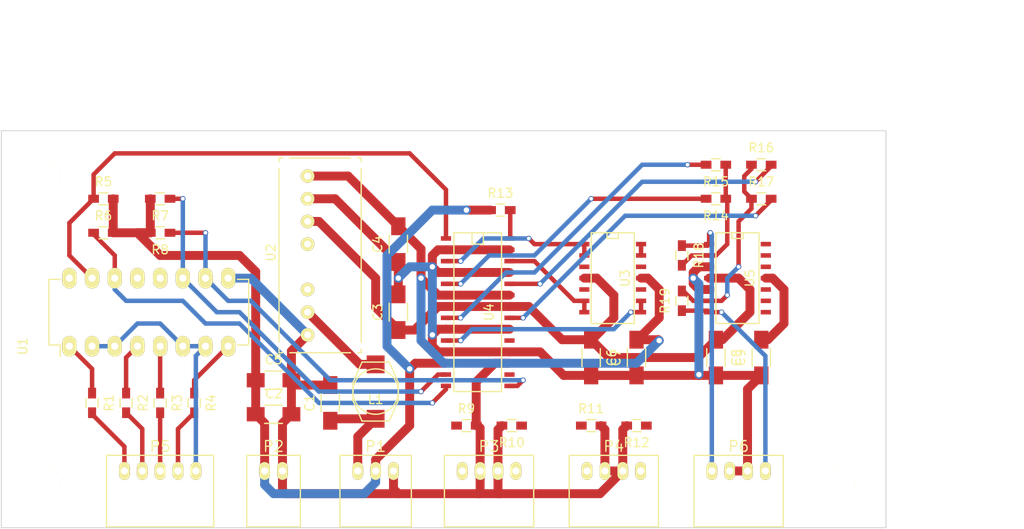
<source format=kicad_pcb>
(kicad_pcb (version 4) (host pcbnew 4.0.1-stable)

  (general
    (links 113)
    (no_connects 13)
    (area 97.047857 69.54 220.09 128.445001)
    (thickness 1.6)
    (drawings 6)
    (tracks 319)
    (zones 0)
    (modules 44)
    (nets 41)
  )

  (page A4)
  (layers
    (0 F.Cu signal)
    (31 B.Cu signal)
    (32 B.Adhes user)
    (33 F.Adhes user)
    (34 B.Paste user)
    (35 F.Paste user)
    (36 B.SilkS user)
    (37 F.SilkS user)
    (38 B.Mask user)
    (39 F.Mask user)
    (40 Dwgs.User user)
    (41 Cmts.User user)
    (42 Eco1.User user)
    (43 Eco2.User user)
    (44 Edge.Cuts user)
    (45 Margin user)
    (46 B.CrtYd user)
    (47 F.CrtYd user)
    (48 B.Fab user)
    (49 F.Fab user)
  )

  (setup
    (last_trace_width 0.5)
    (trace_clearance 0.2)
    (zone_clearance 0.508)
    (zone_45_only no)
    (trace_min 0.2)
    (segment_width 0.2)
    (edge_width 0.1)
    (via_size 0.6)
    (via_drill 0.4)
    (via_min_size 0.4)
    (via_min_drill 0.3)
    (uvia_size 0.3)
    (uvia_drill 0.1)
    (uvias_allowed no)
    (uvia_min_size 0.2)
    (uvia_min_drill 0.1)
    (pcb_text_width 0.3)
    (pcb_text_size 1.5 1.5)
    (mod_edge_width 0.15)
    (mod_text_size 1 1)
    (mod_text_width 0.15)
    (pad_size 1.5 1.5)
    (pad_drill 0.6)
    (pad_to_mask_clearance 0)
    (aux_axis_origin 0 0)
    (visible_elements FFFFFF7F)
    (pcbplotparams
      (layerselection 0x00030_80000001)
      (usegerberextensions false)
      (excludeedgelayer true)
      (linewidth 0.100000)
      (plotframeref false)
      (viasonmask false)
      (mode 1)
      (useauxorigin false)
      (hpglpennumber 1)
      (hpglpenspeed 20)
      (hpglpendiameter 15)
      (hpglpenoverlay 2)
      (psnegative false)
      (psa4output false)
      (plotreference true)
      (plotvalue true)
      (plotinvisibletext false)
      (padsonsilk false)
      (subtractmaskfromsilk false)
      (outputformat 1)
      (mirror false)
      (drillshape 1)
      (scaleselection 1)
      (outputdirectory ""))
  )

  (net 0 "")
  (net 1 +5VD)
  (net 2 GNDD)
  (net 3 +5VA)
  (net 4 GNDA)
  (net 5 +12V)
  (net 6 -5VA)
  (net 7 "Net-(L1-Pad2)")
  (net 8 "/Audio Processing/SOURCE_1_LEFT")
  (net 9 "/Audio Processing/SOURCE_1_RIGHT")
  (net 10 "/Audio Processing/SOURCE_2_LEFT")
  (net 11 "/Audio Processing/SOURCE_2_RIGHT")
  (net 12 "/Audio Processing/LEFT")
  (net 13 "/Audio Processing/RIGHT")
  (net 14 "/Digital Control/MUTE")
  (net 15 "/Digital Control/CS")
  (net 16 "/Digital Control/SDA")
  (net 17 "/Digital Control/SCL")
  (net 18 "/Digital Control/CTRL_GND")
  (net 19 "/Audio Processing/SCL_ISOLATED")
  (net 20 "Net-(R2-Pad1)")
  (net 21 "/Audio Processing/SDA_ISOLATED")
  (net 22 "Net-(R4-Pad1)")
  (net 23 "/Audio Processing/CS_ISOLATED")
  (net 24 "/Audio Processing/MUTE_ISOLATED")
  (net 25 "Net-(R14-Pad2)")
  (net 26 "Net-(R15-Pad2)")
  (net 27 "Net-(R16-Pad2)")
  (net 28 "Net-(R17-Pad2)")
  (net 29 "Net-(U2-Pad3)")
  (net 30 "Net-(U2-Pad5)")
  (net 31 "Net-(U3-Pad1)")
  (net 32 "Net-(U3-Pad8)")
  (net 33 "Net-(U4-Pad16)")
  (net 34 "Net-(R1-Pad1)")
  (net 35 "Net-(R3-Pad1)")
  (net 36 "Net-(R13-Pad2)")
  (net 37 "Net-(R14-Pad1)")
  (net 38 "Net-(R16-Pad1)")
  (net 39 "Net-(U3-Pad6)")
  (net 40 "Net-(U3-Pad13)")

  (net_class Default "This is the default net class."
    (clearance 0.2)
    (trace_width 0.5)
    (via_dia 0.6)
    (via_drill 0.4)
    (uvia_dia 0.3)
    (uvia_drill 0.1)
    (add_net "/Audio Processing/CS_ISOLATED")
    (add_net "/Audio Processing/LEFT")
    (add_net "/Audio Processing/MUTE_ISOLATED")
    (add_net "/Audio Processing/RIGHT")
    (add_net "/Audio Processing/SCL_ISOLATED")
    (add_net "/Audio Processing/SDA_ISOLATED")
    (add_net "/Audio Processing/SOURCE_1_LEFT")
    (add_net "/Audio Processing/SOURCE_1_RIGHT")
    (add_net "/Audio Processing/SOURCE_2_LEFT")
    (add_net "/Audio Processing/SOURCE_2_RIGHT")
    (add_net "/Digital Control/CS")
    (add_net "/Digital Control/CTRL_GND")
    (add_net "/Digital Control/MUTE")
    (add_net "/Digital Control/SCL")
    (add_net "/Digital Control/SDA")
    (add_net "Net-(R1-Pad1)")
    (add_net "Net-(R13-Pad2)")
    (add_net "Net-(R14-Pad1)")
    (add_net "Net-(R14-Pad2)")
    (add_net "Net-(R15-Pad2)")
    (add_net "Net-(R16-Pad1)")
    (add_net "Net-(R16-Pad2)")
    (add_net "Net-(R17-Pad2)")
    (add_net "Net-(R2-Pad1)")
    (add_net "Net-(R3-Pad1)")
    (add_net "Net-(R4-Pad1)")
    (add_net "Net-(U2-Pad3)")
    (add_net "Net-(U2-Pad5)")
    (add_net "Net-(U3-Pad1)")
    (add_net "Net-(U3-Pad13)")
    (add_net "Net-(U3-Pad6)")
    (add_net "Net-(U3-Pad8)")
    (add_net "Net-(U4-Pad16)")
  )

  (net_class Power ""
    (clearance 0.2)
    (trace_width 1)
    (via_dia 1)
    (via_drill 0.6)
    (uvia_dia 0.3)
    (uvia_drill 0.1)
    (add_net +12V)
    (add_net +5VA)
    (add_net +5VD)
    (add_net -5VA)
    (add_net GNDA)
    (add_net GNDD)
    (add_net "Net-(L1-Pad2)")
  )

  (module Capacitors_SMD:C_1206_HandSoldering (layer F.Cu) (tedit 541A9C03) (tstamp 56D6124E)
    (at 138.43 114.3 90)
    (descr "Capacitor SMD 1206, hand soldering")
    (tags "capacitor 1206")
    (path /56CAD478/56CB05A8)
    (attr smd)
    (fp_text reference C1 (at 0 -2.3 90) (layer F.SilkS)
      (effects (font (size 1 1) (thickness 0.15)))
    )
    (fp_text value 0.68u (at 0 2.3 90) (layer F.Fab)
      (effects (font (size 1 1) (thickness 0.15)))
    )
    (fp_line (start -3.3 -1.15) (end 3.3 -1.15) (layer F.CrtYd) (width 0.05))
    (fp_line (start -3.3 1.15) (end 3.3 1.15) (layer F.CrtYd) (width 0.05))
    (fp_line (start -3.3 -1.15) (end -3.3 1.15) (layer F.CrtYd) (width 0.05))
    (fp_line (start 3.3 -1.15) (end 3.3 1.15) (layer F.CrtYd) (width 0.05))
    (fp_line (start 1 -1.025) (end -1 -1.025) (layer F.SilkS) (width 0.15))
    (fp_line (start -1 1.025) (end 1 1.025) (layer F.SilkS) (width 0.15))
    (pad 1 smd rect (at -2 0 90) (size 2 1.6) (layers F.Cu F.Paste F.Mask)
      (net 5 +12V))
    (pad 2 smd rect (at 2 0 90) (size 2 1.6) (layers F.Cu F.Paste F.Mask)
      (net 2 GNDD))
    (model Capacitors_SMD.3dshapes/C_1206_HandSoldering.wrl
      (at (xyz 0 0 0))
      (scale (xyz 1 1 1))
      (rotate (xyz 0 0 0))
    )
  )

  (module Capacitors_SMD:C_1206_HandSoldering (layer F.Cu) (tedit 541A9C03) (tstamp 56D61254)
    (at 132.08 115.57)
    (descr "Capacitor SMD 1206, hand soldering")
    (tags "capacitor 1206")
    (path /56CAD478/56CB7F0E)
    (attr smd)
    (fp_text reference C2 (at 0 -2.3) (layer F.SilkS)
      (effects (font (size 1 1) (thickness 0.15)))
    )
    (fp_text value 0.1u (at 0 2.3) (layer F.Fab)
      (effects (font (size 1 1) (thickness 0.15)))
    )
    (fp_line (start -3.3 -1.15) (end 3.3 -1.15) (layer F.CrtYd) (width 0.05))
    (fp_line (start -3.3 1.15) (end 3.3 1.15) (layer F.CrtYd) (width 0.05))
    (fp_line (start -3.3 -1.15) (end -3.3 1.15) (layer F.CrtYd) (width 0.05))
    (fp_line (start 3.3 -1.15) (end 3.3 1.15) (layer F.CrtYd) (width 0.05))
    (fp_line (start 1 -1.025) (end -1 -1.025) (layer F.SilkS) (width 0.15))
    (fp_line (start -1 1.025) (end 1 1.025) (layer F.SilkS) (width 0.15))
    (pad 1 smd rect (at -2 0) (size 2 1.6) (layers F.Cu F.Paste F.Mask)
      (net 1 +5VD))
    (pad 2 smd rect (at 2 0) (size 2 1.6) (layers F.Cu F.Paste F.Mask)
      (net 2 GNDD))
    (model Capacitors_SMD.3dshapes/C_1206_HandSoldering.wrl
      (at (xyz 0 0 0))
      (scale (xyz 1 1 1))
      (rotate (xyz 0 0 0))
    )
  )

  (module Capacitors_SMD:C_1206_HandSoldering (layer F.Cu) (tedit 541A9C03) (tstamp 56D6125A)
    (at 146.05 104.14 90)
    (descr "Capacitor SMD 1206, hand soldering")
    (tags "capacitor 1206")
    (path /56CAD478/56CB79FB)
    (attr smd)
    (fp_text reference C3 (at 0 -2.3 90) (layer F.SilkS)
      (effects (font (size 1 1) (thickness 0.15)))
    )
    (fp_text value 0.1u (at 0 2.3 90) (layer F.Fab)
      (effects (font (size 1 1) (thickness 0.15)))
    )
    (fp_line (start -3.3 -1.15) (end 3.3 -1.15) (layer F.CrtYd) (width 0.05))
    (fp_line (start -3.3 1.15) (end 3.3 1.15) (layer F.CrtYd) (width 0.05))
    (fp_line (start -3.3 -1.15) (end -3.3 1.15) (layer F.CrtYd) (width 0.05))
    (fp_line (start 3.3 -1.15) (end 3.3 1.15) (layer F.CrtYd) (width 0.05))
    (fp_line (start 1 -1.025) (end -1 -1.025) (layer F.SilkS) (width 0.15))
    (fp_line (start -1 1.025) (end 1 1.025) (layer F.SilkS) (width 0.15))
    (pad 1 smd rect (at -2 0 90) (size 2 1.6) (layers F.Cu F.Paste F.Mask)
      (net 3 +5VA))
    (pad 2 smd rect (at 2 0 90) (size 2 1.6) (layers F.Cu F.Paste F.Mask)
      (net 4 GNDA))
    (model Capacitors_SMD.3dshapes/C_1206_HandSoldering.wrl
      (at (xyz 0 0 0))
      (scale (xyz 1 1 1))
      (rotate (xyz 0 0 0))
    )
  )

  (module Capacitors_SMD:C_1206_HandSoldering (layer F.Cu) (tedit 541A9C03) (tstamp 56D61260)
    (at 146.05 96.52 90)
    (descr "Capacitor SMD 1206, hand soldering")
    (tags "capacitor 1206")
    (path /56CAD478/56CB7A4E)
    (attr smd)
    (fp_text reference C4 (at 0 -2.3 90) (layer F.SilkS)
      (effects (font (size 1 1) (thickness 0.15)))
    )
    (fp_text value 0.1u (at 0 2.3 90) (layer F.Fab)
      (effects (font (size 1 1) (thickness 0.15)))
    )
    (fp_line (start -3.3 -1.15) (end 3.3 -1.15) (layer F.CrtYd) (width 0.05))
    (fp_line (start -3.3 1.15) (end 3.3 1.15) (layer F.CrtYd) (width 0.05))
    (fp_line (start -3.3 -1.15) (end -3.3 1.15) (layer F.CrtYd) (width 0.05))
    (fp_line (start 3.3 -1.15) (end 3.3 1.15) (layer F.CrtYd) (width 0.05))
    (fp_line (start 1 -1.025) (end -1 -1.025) (layer F.SilkS) (width 0.15))
    (fp_line (start -1 1.025) (end 1 1.025) (layer F.SilkS) (width 0.15))
    (pad 1 smd rect (at -2 0 90) (size 2 1.6) (layers F.Cu F.Paste F.Mask)
      (net 4 GNDA))
    (pad 2 smd rect (at 2 0 90) (size 2 1.6) (layers F.Cu F.Paste F.Mask)
      (net 6 -5VA))
    (model Capacitors_SMD.3dshapes/C_1206_HandSoldering.wrl
      (at (xyz 0 0 0))
      (scale (xyz 1 1 1))
      (rotate (xyz 0 0 0))
    )
  )

  (module Capacitors_SMD:C_1206_HandSoldering (layer F.Cu) (tedit 541A9C03) (tstamp 56D61266)
    (at 132.08 111.76)
    (descr "Capacitor SMD 1206, hand soldering")
    (tags "capacitor 1206")
    (path /56CAD478/56CB7F8E)
    (attr smd)
    (fp_text reference C5 (at 0 -2.3) (layer F.SilkS)
      (effects (font (size 1 1) (thickness 0.15)))
    )
    (fp_text value 1u (at 0 2.3) (layer F.Fab)
      (effects (font (size 1 1) (thickness 0.15)))
    )
    (fp_line (start -3.3 -1.15) (end 3.3 -1.15) (layer F.CrtYd) (width 0.05))
    (fp_line (start -3.3 1.15) (end 3.3 1.15) (layer F.CrtYd) (width 0.05))
    (fp_line (start -3.3 -1.15) (end -3.3 1.15) (layer F.CrtYd) (width 0.05))
    (fp_line (start 3.3 -1.15) (end 3.3 1.15) (layer F.CrtYd) (width 0.05))
    (fp_line (start 1 -1.025) (end -1 -1.025) (layer F.SilkS) (width 0.15))
    (fp_line (start -1 1.025) (end 1 1.025) (layer F.SilkS) (width 0.15))
    (pad 1 smd rect (at -2 0) (size 2 1.6) (layers F.Cu F.Paste F.Mask)
      (net 1 +5VD))
    (pad 2 smd rect (at 2 0) (size 2 1.6) (layers F.Cu F.Paste F.Mask)
      (net 2 GNDD))
    (model Capacitors_SMD.3dshapes/C_1206_HandSoldering.wrl
      (at (xyz 0 0 0))
      (scale (xyz 1 1 1))
      (rotate (xyz 0 0 0))
    )
  )

  (module Capacitors_SMD:C_1206_HandSoldering (layer F.Cu) (tedit 541A9C03) (tstamp 56D6126C)
    (at 167.64 109.22 270)
    (descr "Capacitor SMD 1206, hand soldering")
    (tags "capacitor 1206")
    (path /56CAD478/56CB7A88)
    (attr smd)
    (fp_text reference C6 (at 0 -2.3 270) (layer F.SilkS)
      (effects (font (size 1 1) (thickness 0.15)))
    )
    (fp_text value 0.1u (at 0 2.3 270) (layer F.Fab)
      (effects (font (size 1 1) (thickness 0.15)))
    )
    (fp_line (start -3.3 -1.15) (end 3.3 -1.15) (layer F.CrtYd) (width 0.05))
    (fp_line (start -3.3 1.15) (end 3.3 1.15) (layer F.CrtYd) (width 0.05))
    (fp_line (start -3.3 -1.15) (end -3.3 1.15) (layer F.CrtYd) (width 0.05))
    (fp_line (start 3.3 -1.15) (end 3.3 1.15) (layer F.CrtYd) (width 0.05))
    (fp_line (start 1 -1.025) (end -1 -1.025) (layer F.SilkS) (width 0.15))
    (fp_line (start -1 1.025) (end 1 1.025) (layer F.SilkS) (width 0.15))
    (pad 1 smd rect (at -2 0 270) (size 2 1.6) (layers F.Cu F.Paste F.Mask)
      (net 3 +5VA))
    (pad 2 smd rect (at 2 0 270) (size 2 1.6) (layers F.Cu F.Paste F.Mask)
      (net 4 GNDA))
    (model Capacitors_SMD.3dshapes/C_1206_HandSoldering.wrl
      (at (xyz 0 0 0))
      (scale (xyz 1 1 1))
      (rotate (xyz 0 0 0))
    )
  )

  (module Capacitors_SMD:C_1206_HandSoldering (layer F.Cu) (tedit 541A9C03) (tstamp 56D61272)
    (at 172.72 109.22 90)
    (descr "Capacitor SMD 1206, hand soldering")
    (tags "capacitor 1206")
    (path /56CAD478/56CB7AC1)
    (attr smd)
    (fp_text reference C7 (at 0 -2.3 90) (layer F.SilkS)
      (effects (font (size 1 1) (thickness 0.15)))
    )
    (fp_text value 0.1u (at 0 2.3 90) (layer F.Fab)
      (effects (font (size 1 1) (thickness 0.15)))
    )
    (fp_line (start -3.3 -1.15) (end 3.3 -1.15) (layer F.CrtYd) (width 0.05))
    (fp_line (start -3.3 1.15) (end 3.3 1.15) (layer F.CrtYd) (width 0.05))
    (fp_line (start -3.3 -1.15) (end -3.3 1.15) (layer F.CrtYd) (width 0.05))
    (fp_line (start 3.3 -1.15) (end 3.3 1.15) (layer F.CrtYd) (width 0.05))
    (fp_line (start 1 -1.025) (end -1 -1.025) (layer F.SilkS) (width 0.15))
    (fp_line (start -1 1.025) (end 1 1.025) (layer F.SilkS) (width 0.15))
    (pad 1 smd rect (at -2 0 90) (size 2 1.6) (layers F.Cu F.Paste F.Mask)
      (net 4 GNDA))
    (pad 2 smd rect (at 2 0 90) (size 2 1.6) (layers F.Cu F.Paste F.Mask)
      (net 6 -5VA))
    (model Capacitors_SMD.3dshapes/C_1206_HandSoldering.wrl
      (at (xyz 0 0 0))
      (scale (xyz 1 1 1))
      (rotate (xyz 0 0 0))
    )
  )

  (module Capacitors_SMD:C_1206_HandSoldering (layer F.Cu) (tedit 541A9C03) (tstamp 56D61278)
    (at 181.61 109.22 270)
    (descr "Capacitor SMD 1206, hand soldering")
    (tags "capacitor 1206")
    (path /56CAD478/56CB7B1C)
    (attr smd)
    (fp_text reference C8 (at 0 -2.3 270) (layer F.SilkS)
      (effects (font (size 1 1) (thickness 0.15)))
    )
    (fp_text value 0.1u (at 0 2.3 270) (layer F.Fab)
      (effects (font (size 1 1) (thickness 0.15)))
    )
    (fp_line (start -3.3 -1.15) (end 3.3 -1.15) (layer F.CrtYd) (width 0.05))
    (fp_line (start -3.3 1.15) (end 3.3 1.15) (layer F.CrtYd) (width 0.05))
    (fp_line (start -3.3 -1.15) (end -3.3 1.15) (layer F.CrtYd) (width 0.05))
    (fp_line (start 3.3 -1.15) (end 3.3 1.15) (layer F.CrtYd) (width 0.05))
    (fp_line (start 1 -1.025) (end -1 -1.025) (layer F.SilkS) (width 0.15))
    (fp_line (start -1 1.025) (end 1 1.025) (layer F.SilkS) (width 0.15))
    (pad 1 smd rect (at -2 0 270) (size 2 1.6) (layers F.Cu F.Paste F.Mask)
      (net 3 +5VA))
    (pad 2 smd rect (at 2 0 270) (size 2 1.6) (layers F.Cu F.Paste F.Mask)
      (net 4 GNDA))
    (model Capacitors_SMD.3dshapes/C_1206_HandSoldering.wrl
      (at (xyz 0 0 0))
      (scale (xyz 1 1 1))
      (rotate (xyz 0 0 0))
    )
  )

  (module Capacitors_SMD:C_1206_HandSoldering (layer F.Cu) (tedit 541A9C03) (tstamp 56D6127E)
    (at 186.69 109.22 90)
    (descr "Capacitor SMD 1206, hand soldering")
    (tags "capacitor 1206")
    (path /56CAD478/56CB7B52)
    (attr smd)
    (fp_text reference C9 (at 0 -2.3 90) (layer F.SilkS)
      (effects (font (size 1 1) (thickness 0.15)))
    )
    (fp_text value 0.1u (at 0 2.3 90) (layer F.Fab)
      (effects (font (size 1 1) (thickness 0.15)))
    )
    (fp_line (start -3.3 -1.15) (end 3.3 -1.15) (layer F.CrtYd) (width 0.05))
    (fp_line (start -3.3 1.15) (end 3.3 1.15) (layer F.CrtYd) (width 0.05))
    (fp_line (start -3.3 -1.15) (end -3.3 1.15) (layer F.CrtYd) (width 0.05))
    (fp_line (start 3.3 -1.15) (end 3.3 1.15) (layer F.CrtYd) (width 0.05))
    (fp_line (start 1 -1.025) (end -1 -1.025) (layer F.SilkS) (width 0.15))
    (fp_line (start -1 1.025) (end 1 1.025) (layer F.SilkS) (width 0.15))
    (pad 1 smd rect (at -2 0 90) (size 2 1.6) (layers F.Cu F.Paste F.Mask)
      (net 4 GNDA))
    (pad 2 smd rect (at 2 0 90) (size 2 1.6) (layers F.Cu F.Paste F.Mask)
      (net 6 -5VA))
    (model Capacitors_SMD.3dshapes/C_1206_HandSoldering.wrl
      (at (xyz 0 0 0))
      (scale (xyz 1 1 1))
      (rotate (xyz 0 0 0))
    )
  )

  (module Inductors:SELF-WE-PD3S (layer F.Cu) (tedit 0) (tstamp 56D61284)
    (at 143.51 113.03 90)
    (descr "SELF WE-PD3S")
    (path /56CAD478/56CB0491)
    (attr smd)
    (fp_text reference L1 (at -0.889 0 180) (layer F.SilkS)
      (effects (font (size 1 1) (thickness 0.15)))
    )
    (fp_text value 10u (at 0.889 -0.381 180) (layer F.Fab)
      (effects (font (size 1 1) (thickness 0.15)))
    )
    (fp_line (start 0 -2.54) (end 1.016 -2.54) (layer F.SilkS) (width 0.15))
    (fp_line (start 1.016 -2.54) (end 3.302 -1.524) (layer F.SilkS) (width 0.15))
    (fp_line (start 3.302 -1.524) (end 3.302 1.524) (layer F.SilkS) (width 0.15))
    (fp_line (start 3.302 1.524) (end 1.016 2.54) (layer F.SilkS) (width 0.15))
    (fp_line (start 1.016 2.54) (end -1.016 2.54) (layer F.SilkS) (width 0.15))
    (fp_line (start -1.016 2.54) (end -3.302 1.524) (layer F.SilkS) (width 0.15))
    (fp_line (start -3.302 1.524) (end -3.302 -1.524) (layer F.SilkS) (width 0.15))
    (fp_line (start -3.302 -1.524) (end -1.016 -2.54) (layer F.SilkS) (width 0.15))
    (fp_line (start -1.016 -2.54) (end 0 -2.54) (layer F.SilkS) (width 0.15))
    (fp_circle (center 0 0) (end 0 2.54) (layer F.SilkS) (width 0.15))
    (pad 1 smd rect (at -3.048 0 90) (size 1.99898 1.99898) (layers F.Cu F.Paste F.Mask)
      (net 5 +12V))
    (pad 2 smd rect (at 3.048 0 90) (size 1.99898 1.99898) (layers F.Cu F.Paste F.Mask)
      (net 7 "Net-(L1-Pad2)"))
    (model Inductors.3dshapes/SELF-WE-PD3S.wrl
      (at (xyz 0 0 0))
      (scale (xyz 0.53 0.53 0.53))
      (rotate (xyz 0 0 0))
    )
  )

  (module Resistors_SMD:R_0603_HandSoldering (layer F.Cu) (tedit 5418A00F) (tstamp 56D612B8)
    (at 111.76 114.3 270)
    (descr "Resistor SMD 0603, hand soldering")
    (tags "resistor 0603")
    (path /56C9DBAE/56CADED2)
    (attr smd)
    (fp_text reference R1 (at 0 -1.9 270) (layer F.SilkS)
      (effects (font (size 1 1) (thickness 0.15)))
    )
    (fp_text value 200 (at 0 1.9 270) (layer F.Fab)
      (effects (font (size 1 1) (thickness 0.15)))
    )
    (fp_line (start -2 -0.8) (end 2 -0.8) (layer F.CrtYd) (width 0.05))
    (fp_line (start -2 0.8) (end 2 0.8) (layer F.CrtYd) (width 0.05))
    (fp_line (start -2 -0.8) (end -2 0.8) (layer F.CrtYd) (width 0.05))
    (fp_line (start 2 -0.8) (end 2 0.8) (layer F.CrtYd) (width 0.05))
    (fp_line (start 0.5 0.675) (end -0.5 0.675) (layer F.SilkS) (width 0.15))
    (fp_line (start -0.5 -0.675) (end 0.5 -0.675) (layer F.SilkS) (width 0.15))
    (pad 1 smd rect (at -1.1 0 270) (size 1.2 0.9) (layers F.Cu F.Paste F.Mask)
      (net 34 "Net-(R1-Pad1)"))
    (pad 2 smd rect (at 1.1 0 270) (size 1.2 0.9) (layers F.Cu F.Paste F.Mask)
      (net 14 "/Digital Control/MUTE"))
    (model Resistors_SMD.3dshapes/R_0603_HandSoldering.wrl
      (at (xyz 0 0 0))
      (scale (xyz 1 1 1))
      (rotate (xyz 0 0 0))
    )
  )

  (module Resistors_SMD:R_0603_HandSoldering (layer F.Cu) (tedit 5418A00F) (tstamp 56D612BE)
    (at 115.57 114.3 270)
    (descr "Resistor SMD 0603, hand soldering")
    (tags "resistor 0603")
    (path /56C9DBAE/56CADF63)
    (attr smd)
    (fp_text reference R2 (at 0 -1.9 270) (layer F.SilkS)
      (effects (font (size 1 1) (thickness 0.15)))
    )
    (fp_text value 200 (at 0 1.9 270) (layer F.Fab)
      (effects (font (size 1 1) (thickness 0.15)))
    )
    (fp_line (start -2 -0.8) (end 2 -0.8) (layer F.CrtYd) (width 0.05))
    (fp_line (start -2 0.8) (end 2 0.8) (layer F.CrtYd) (width 0.05))
    (fp_line (start -2 -0.8) (end -2 0.8) (layer F.CrtYd) (width 0.05))
    (fp_line (start 2 -0.8) (end 2 0.8) (layer F.CrtYd) (width 0.05))
    (fp_line (start 0.5 0.675) (end -0.5 0.675) (layer F.SilkS) (width 0.15))
    (fp_line (start -0.5 -0.675) (end 0.5 -0.675) (layer F.SilkS) (width 0.15))
    (pad 1 smd rect (at -1.1 0 270) (size 1.2 0.9) (layers F.Cu F.Paste F.Mask)
      (net 20 "Net-(R2-Pad1)"))
    (pad 2 smd rect (at 1.1 0 270) (size 1.2 0.9) (layers F.Cu F.Paste F.Mask)
      (net 15 "/Digital Control/CS"))
    (model Resistors_SMD.3dshapes/R_0603_HandSoldering.wrl
      (at (xyz 0 0 0))
      (scale (xyz 1 1 1))
      (rotate (xyz 0 0 0))
    )
  )

  (module Resistors_SMD:R_0603_HandSoldering (layer F.Cu) (tedit 5418A00F) (tstamp 56D612C4)
    (at 119.38 114.3 270)
    (descr "Resistor SMD 0603, hand soldering")
    (tags "resistor 0603")
    (path /56C9DBAE/56CADF9B)
    (attr smd)
    (fp_text reference R3 (at 0 -1.9 270) (layer F.SilkS)
      (effects (font (size 1 1) (thickness 0.15)))
    )
    (fp_text value 200 (at 0 1.9 270) (layer F.Fab)
      (effects (font (size 1 1) (thickness 0.15)))
    )
    (fp_line (start -2 -0.8) (end 2 -0.8) (layer F.CrtYd) (width 0.05))
    (fp_line (start -2 0.8) (end 2 0.8) (layer F.CrtYd) (width 0.05))
    (fp_line (start -2 -0.8) (end -2 0.8) (layer F.CrtYd) (width 0.05))
    (fp_line (start 2 -0.8) (end 2 0.8) (layer F.CrtYd) (width 0.05))
    (fp_line (start 0.5 0.675) (end -0.5 0.675) (layer F.SilkS) (width 0.15))
    (fp_line (start -0.5 -0.675) (end 0.5 -0.675) (layer F.SilkS) (width 0.15))
    (pad 1 smd rect (at -1.1 0 270) (size 1.2 0.9) (layers F.Cu F.Paste F.Mask)
      (net 35 "Net-(R3-Pad1)"))
    (pad 2 smd rect (at 1.1 0 270) (size 1.2 0.9) (layers F.Cu F.Paste F.Mask)
      (net 16 "/Digital Control/SDA"))
    (model Resistors_SMD.3dshapes/R_0603_HandSoldering.wrl
      (at (xyz 0 0 0))
      (scale (xyz 1 1 1))
      (rotate (xyz 0 0 0))
    )
  )

  (module Resistors_SMD:R_0603_HandSoldering (layer F.Cu) (tedit 5418A00F) (tstamp 56D612CA)
    (at 123.19 114.3 270)
    (descr "Resistor SMD 0603, hand soldering")
    (tags "resistor 0603")
    (path /56C9DBAE/56CADFC9)
    (attr smd)
    (fp_text reference R4 (at 0 -1.9 270) (layer F.SilkS)
      (effects (font (size 1 1) (thickness 0.15)))
    )
    (fp_text value 200 (at 0 1.9 270) (layer F.Fab)
      (effects (font (size 1 1) (thickness 0.15)))
    )
    (fp_line (start -2 -0.8) (end 2 -0.8) (layer F.CrtYd) (width 0.05))
    (fp_line (start -2 0.8) (end 2 0.8) (layer F.CrtYd) (width 0.05))
    (fp_line (start -2 -0.8) (end -2 0.8) (layer F.CrtYd) (width 0.05))
    (fp_line (start 2 -0.8) (end 2 0.8) (layer F.CrtYd) (width 0.05))
    (fp_line (start 0.5 0.675) (end -0.5 0.675) (layer F.SilkS) (width 0.15))
    (fp_line (start -0.5 -0.675) (end 0.5 -0.675) (layer F.SilkS) (width 0.15))
    (pad 1 smd rect (at -1.1 0 270) (size 1.2 0.9) (layers F.Cu F.Paste F.Mask)
      (net 22 "Net-(R4-Pad1)"))
    (pad 2 smd rect (at 1.1 0 270) (size 1.2 0.9) (layers F.Cu F.Paste F.Mask)
      (net 17 "/Digital Control/SCL"))
    (model Resistors_SMD.3dshapes/R_0603_HandSoldering.wrl
      (at (xyz 0 0 0))
      (scale (xyz 1 1 1))
      (rotate (xyz 0 0 0))
    )
  )

  (module Resistors_SMD:R_0603_HandSoldering (layer F.Cu) (tedit 5418A00F) (tstamp 56D612D0)
    (at 113.03 91.44)
    (descr "Resistor SMD 0603, hand soldering")
    (tags "resistor 0603")
    (path /56C9DBAE/56CAE24A)
    (attr smd)
    (fp_text reference R5 (at 0 -1.9) (layer F.SilkS)
      (effects (font (size 1 1) (thickness 0.15)))
    )
    (fp_text value 47k (at 0 1.9) (layer F.Fab)
      (effects (font (size 1 1) (thickness 0.15)))
    )
    (fp_line (start -2 -0.8) (end 2 -0.8) (layer F.CrtYd) (width 0.05))
    (fp_line (start -2 0.8) (end 2 0.8) (layer F.CrtYd) (width 0.05))
    (fp_line (start -2 -0.8) (end -2 0.8) (layer F.CrtYd) (width 0.05))
    (fp_line (start 2 -0.8) (end 2 0.8) (layer F.CrtYd) (width 0.05))
    (fp_line (start 0.5 0.675) (end -0.5 0.675) (layer F.SilkS) (width 0.15))
    (fp_line (start -0.5 -0.675) (end 0.5 -0.675) (layer F.SilkS) (width 0.15))
    (pad 1 smd rect (at -1.1 0) (size 1.2 0.9) (layers F.Cu F.Paste F.Mask)
      (net 24 "/Audio Processing/MUTE_ISOLATED"))
    (pad 2 smd rect (at 1.1 0) (size 1.2 0.9) (layers F.Cu F.Paste F.Mask)
      (net 1 +5VD))
    (model Resistors_SMD.3dshapes/R_0603_HandSoldering.wrl
      (at (xyz 0 0 0))
      (scale (xyz 1 1 1))
      (rotate (xyz 0 0 0))
    )
  )

  (module Resistors_SMD:R_0603_HandSoldering (layer F.Cu) (tedit 5418A00F) (tstamp 56D612D6)
    (at 113.03 95.25)
    (descr "Resistor SMD 0603, hand soldering")
    (tags "resistor 0603")
    (path /56C9DBAE/56CAE2EE)
    (attr smd)
    (fp_text reference R6 (at 0 -1.9) (layer F.SilkS)
      (effects (font (size 1 1) (thickness 0.15)))
    )
    (fp_text value 47k (at 0 1.9) (layer F.Fab)
      (effects (font (size 1 1) (thickness 0.15)))
    )
    (fp_line (start -2 -0.8) (end 2 -0.8) (layer F.CrtYd) (width 0.05))
    (fp_line (start -2 0.8) (end 2 0.8) (layer F.CrtYd) (width 0.05))
    (fp_line (start -2 -0.8) (end -2 0.8) (layer F.CrtYd) (width 0.05))
    (fp_line (start 2 -0.8) (end 2 0.8) (layer F.CrtYd) (width 0.05))
    (fp_line (start 0.5 0.675) (end -0.5 0.675) (layer F.SilkS) (width 0.15))
    (fp_line (start -0.5 -0.675) (end 0.5 -0.675) (layer F.SilkS) (width 0.15))
    (pad 1 smd rect (at -1.1 0) (size 1.2 0.9) (layers F.Cu F.Paste F.Mask)
      (net 23 "/Audio Processing/CS_ISOLATED"))
    (pad 2 smd rect (at 1.1 0) (size 1.2 0.9) (layers F.Cu F.Paste F.Mask)
      (net 1 +5VD))
    (model Resistors_SMD.3dshapes/R_0603_HandSoldering.wrl
      (at (xyz 0 0 0))
      (scale (xyz 1 1 1))
      (rotate (xyz 0 0 0))
    )
  )

  (module Resistors_SMD:R_0603_HandSoldering (layer F.Cu) (tedit 5418A00F) (tstamp 56D612DC)
    (at 119.38 91.44 180)
    (descr "Resistor SMD 0603, hand soldering")
    (tags "resistor 0603")
    (path /56C9DBAE/56CAE358)
    (attr smd)
    (fp_text reference R7 (at 0 -1.9 180) (layer F.SilkS)
      (effects (font (size 1 1) (thickness 0.15)))
    )
    (fp_text value 47k (at 0 1.9 180) (layer F.Fab)
      (effects (font (size 1 1) (thickness 0.15)))
    )
    (fp_line (start -2 -0.8) (end 2 -0.8) (layer F.CrtYd) (width 0.05))
    (fp_line (start -2 0.8) (end 2 0.8) (layer F.CrtYd) (width 0.05))
    (fp_line (start -2 -0.8) (end -2 0.8) (layer F.CrtYd) (width 0.05))
    (fp_line (start 2 -0.8) (end 2 0.8) (layer F.CrtYd) (width 0.05))
    (fp_line (start 0.5 0.675) (end -0.5 0.675) (layer F.SilkS) (width 0.15))
    (fp_line (start -0.5 -0.675) (end 0.5 -0.675) (layer F.SilkS) (width 0.15))
    (pad 1 smd rect (at -1.1 0 180) (size 1.2 0.9) (layers F.Cu F.Paste F.Mask)
      (net 21 "/Audio Processing/SDA_ISOLATED"))
    (pad 2 smd rect (at 1.1 0 180) (size 1.2 0.9) (layers F.Cu F.Paste F.Mask)
      (net 1 +5VD))
    (model Resistors_SMD.3dshapes/R_0603_HandSoldering.wrl
      (at (xyz 0 0 0))
      (scale (xyz 1 1 1))
      (rotate (xyz 0 0 0))
    )
  )

  (module Resistors_SMD:R_0603_HandSoldering (layer F.Cu) (tedit 5418A00F) (tstamp 56D612E2)
    (at 119.38 95.25 180)
    (descr "Resistor SMD 0603, hand soldering")
    (tags "resistor 0603")
    (path /56C9DBAE/56CAE3B4)
    (attr smd)
    (fp_text reference R8 (at 0 -1.9 180) (layer F.SilkS)
      (effects (font (size 1 1) (thickness 0.15)))
    )
    (fp_text value 47k (at 0 1.9 180) (layer F.Fab)
      (effects (font (size 1 1) (thickness 0.15)))
    )
    (fp_line (start -2 -0.8) (end 2 -0.8) (layer F.CrtYd) (width 0.05))
    (fp_line (start -2 0.8) (end 2 0.8) (layer F.CrtYd) (width 0.05))
    (fp_line (start -2 -0.8) (end -2 0.8) (layer F.CrtYd) (width 0.05))
    (fp_line (start 2 -0.8) (end 2 0.8) (layer F.CrtYd) (width 0.05))
    (fp_line (start 0.5 0.675) (end -0.5 0.675) (layer F.SilkS) (width 0.15))
    (fp_line (start -0.5 -0.675) (end 0.5 -0.675) (layer F.SilkS) (width 0.15))
    (pad 1 smd rect (at -1.1 0 180) (size 1.2 0.9) (layers F.Cu F.Paste F.Mask)
      (net 19 "/Audio Processing/SCL_ISOLATED"))
    (pad 2 smd rect (at 1.1 0 180) (size 1.2 0.9) (layers F.Cu F.Paste F.Mask)
      (net 1 +5VD))
    (model Resistors_SMD.3dshapes/R_0603_HandSoldering.wrl
      (at (xyz 0 0 0))
      (scale (xyz 1 1 1))
      (rotate (xyz 0 0 0))
    )
  )

  (module Resistors_SMD:R_0603_HandSoldering (layer F.Cu) (tedit 5418A00F) (tstamp 56D612E8)
    (at 153.67 116.84)
    (descr "Resistor SMD 0603, hand soldering")
    (tags "resistor 0603")
    (path /56CAD480/56CB13C0)
    (attr smd)
    (fp_text reference R9 (at 0 -1.9) (layer F.SilkS)
      (effects (font (size 1 1) (thickness 0.15)))
    )
    (fp_text value 47k (at 0 1.9) (layer F.Fab)
      (effects (font (size 1 1) (thickness 0.15)))
    )
    (fp_line (start -2 -0.8) (end 2 -0.8) (layer F.CrtYd) (width 0.05))
    (fp_line (start -2 0.8) (end 2 0.8) (layer F.CrtYd) (width 0.05))
    (fp_line (start -2 -0.8) (end -2 0.8) (layer F.CrtYd) (width 0.05))
    (fp_line (start 2 -0.8) (end 2 0.8) (layer F.CrtYd) (width 0.05))
    (fp_line (start 0.5 0.675) (end -0.5 0.675) (layer F.SilkS) (width 0.15))
    (fp_line (start -0.5 -0.675) (end 0.5 -0.675) (layer F.SilkS) (width 0.15))
    (pad 1 smd rect (at -1.1 0) (size 1.2 0.9) (layers F.Cu F.Paste F.Mask)
      (net 8 "/Audio Processing/SOURCE_1_LEFT"))
    (pad 2 smd rect (at 1.1 0) (size 1.2 0.9) (layers F.Cu F.Paste F.Mask)
      (net 2 GNDD))
    (model Resistors_SMD.3dshapes/R_0603_HandSoldering.wrl
      (at (xyz 0 0 0))
      (scale (xyz 1 1 1))
      (rotate (xyz 0 0 0))
    )
  )

  (module Resistors_SMD:R_0603_HandSoldering (layer F.Cu) (tedit 5418A00F) (tstamp 56D612EE)
    (at 158.75 116.84 180)
    (descr "Resistor SMD 0603, hand soldering")
    (tags "resistor 0603")
    (path /56CAD480/56CB14A2)
    (attr smd)
    (fp_text reference R10 (at 0 -1.9 180) (layer F.SilkS)
      (effects (font (size 1 1) (thickness 0.15)))
    )
    (fp_text value 47k (at 0 1.9 180) (layer F.Fab)
      (effects (font (size 1 1) (thickness 0.15)))
    )
    (fp_line (start -2 -0.8) (end 2 -0.8) (layer F.CrtYd) (width 0.05))
    (fp_line (start -2 0.8) (end 2 0.8) (layer F.CrtYd) (width 0.05))
    (fp_line (start -2 -0.8) (end -2 0.8) (layer F.CrtYd) (width 0.05))
    (fp_line (start 2 -0.8) (end 2 0.8) (layer F.CrtYd) (width 0.05))
    (fp_line (start 0.5 0.675) (end -0.5 0.675) (layer F.SilkS) (width 0.15))
    (fp_line (start -0.5 -0.675) (end 0.5 -0.675) (layer F.SilkS) (width 0.15))
    (pad 1 smd rect (at -1.1 0 180) (size 1.2 0.9) (layers F.Cu F.Paste F.Mask)
      (net 9 "/Audio Processing/SOURCE_1_RIGHT"))
    (pad 2 smd rect (at 1.1 0 180) (size 1.2 0.9) (layers F.Cu F.Paste F.Mask)
      (net 2 GNDD))
    (model Resistors_SMD.3dshapes/R_0603_HandSoldering.wrl
      (at (xyz 0 0 0))
      (scale (xyz 1 1 1))
      (rotate (xyz 0 0 0))
    )
  )

  (module Resistors_SMD:R_0603_HandSoldering (layer F.Cu) (tedit 5418A00F) (tstamp 56D612F4)
    (at 167.64 116.84)
    (descr "Resistor SMD 0603, hand soldering")
    (tags "resistor 0603")
    (path /56CAD480/56CB154E)
    (attr smd)
    (fp_text reference R11 (at 0 -1.9) (layer F.SilkS)
      (effects (font (size 1 1) (thickness 0.15)))
    )
    (fp_text value 47k (at 0 1.9) (layer F.Fab)
      (effects (font (size 1 1) (thickness 0.15)))
    )
    (fp_line (start -2 -0.8) (end 2 -0.8) (layer F.CrtYd) (width 0.05))
    (fp_line (start -2 0.8) (end 2 0.8) (layer F.CrtYd) (width 0.05))
    (fp_line (start -2 -0.8) (end -2 0.8) (layer F.CrtYd) (width 0.05))
    (fp_line (start 2 -0.8) (end 2 0.8) (layer F.CrtYd) (width 0.05))
    (fp_line (start 0.5 0.675) (end -0.5 0.675) (layer F.SilkS) (width 0.15))
    (fp_line (start -0.5 -0.675) (end 0.5 -0.675) (layer F.SilkS) (width 0.15))
    (pad 1 smd rect (at -1.1 0) (size 1.2 0.9) (layers F.Cu F.Paste F.Mask)
      (net 10 "/Audio Processing/SOURCE_2_LEFT"))
    (pad 2 smd rect (at 1.1 0) (size 1.2 0.9) (layers F.Cu F.Paste F.Mask)
      (net 2 GNDD))
    (model Resistors_SMD.3dshapes/R_0603_HandSoldering.wrl
      (at (xyz 0 0 0))
      (scale (xyz 1 1 1))
      (rotate (xyz 0 0 0))
    )
  )

  (module Resistors_SMD:R_0603_HandSoldering (layer F.Cu) (tedit 5418A00F) (tstamp 56D612FA)
    (at 172.72 116.84 180)
    (descr "Resistor SMD 0603, hand soldering")
    (tags "resistor 0603")
    (path /56CAD480/56CB1587)
    (attr smd)
    (fp_text reference R12 (at 0 -1.9 180) (layer F.SilkS)
      (effects (font (size 1 1) (thickness 0.15)))
    )
    (fp_text value 47k (at 0 1.9 180) (layer F.Fab)
      (effects (font (size 1 1) (thickness 0.15)))
    )
    (fp_line (start -2 -0.8) (end 2 -0.8) (layer F.CrtYd) (width 0.05))
    (fp_line (start -2 0.8) (end 2 0.8) (layer F.CrtYd) (width 0.05))
    (fp_line (start -2 -0.8) (end -2 0.8) (layer F.CrtYd) (width 0.05))
    (fp_line (start 2 -0.8) (end 2 0.8) (layer F.CrtYd) (width 0.05))
    (fp_line (start 0.5 0.675) (end -0.5 0.675) (layer F.SilkS) (width 0.15))
    (fp_line (start -0.5 -0.675) (end 0.5 -0.675) (layer F.SilkS) (width 0.15))
    (pad 1 smd rect (at -1.1 0 180) (size 1.2 0.9) (layers F.Cu F.Paste F.Mask)
      (net 11 "/Audio Processing/SOURCE_2_RIGHT"))
    (pad 2 smd rect (at 1.1 0 180) (size 1.2 0.9) (layers F.Cu F.Paste F.Mask)
      (net 2 GNDD))
    (model Resistors_SMD.3dshapes/R_0603_HandSoldering.wrl
      (at (xyz 0 0 0))
      (scale (xyz 1 1 1))
      (rotate (xyz 0 0 0))
    )
  )

  (module Resistors_SMD:R_0603_HandSoldering (layer F.Cu) (tedit 5418A00F) (tstamp 56D61300)
    (at 157.48 92.71)
    (descr "Resistor SMD 0603, hand soldering")
    (tags "resistor 0603")
    (path /56CAD480/56CB2674)
    (attr smd)
    (fp_text reference R13 (at 0 -1.9) (layer F.SilkS)
      (effects (font (size 1 1) (thickness 0.15)))
    )
    (fp_text value 47k (at 0 1.9) (layer F.Fab)
      (effects (font (size 1 1) (thickness 0.15)))
    )
    (fp_line (start -2 -0.8) (end 2 -0.8) (layer F.CrtYd) (width 0.05))
    (fp_line (start -2 0.8) (end 2 0.8) (layer F.CrtYd) (width 0.05))
    (fp_line (start -2 -0.8) (end -2 0.8) (layer F.CrtYd) (width 0.05))
    (fp_line (start 2 -0.8) (end 2 0.8) (layer F.CrtYd) (width 0.05))
    (fp_line (start 0.5 0.675) (end -0.5 0.675) (layer F.SilkS) (width 0.15))
    (fp_line (start -0.5 -0.675) (end 0.5 -0.675) (layer F.SilkS) (width 0.15))
    (pad 1 smd rect (at -1.1 0) (size 1.2 0.9) (layers F.Cu F.Paste F.Mask)
      (net 1 +5VD))
    (pad 2 smd rect (at 1.1 0) (size 1.2 0.9) (layers F.Cu F.Paste F.Mask)
      (net 36 "Net-(R13-Pad2)"))
    (model Resistors_SMD.3dshapes/R_0603_HandSoldering.wrl
      (at (xyz 0 0 0))
      (scale (xyz 1 1 1))
      (rotate (xyz 0 0 0))
    )
  )

  (module Resistors_SMD:R_0603_HandSoldering (layer F.Cu) (tedit 5418A00F) (tstamp 56D61306)
    (at 181.61 91.44 180)
    (descr "Resistor SMD 0603, hand soldering")
    (tags "resistor 0603")
    (path /56CAD480/56CB1B83)
    (attr smd)
    (fp_text reference R14 (at 0 -1.9 180) (layer F.SilkS)
      (effects (font (size 1 1) (thickness 0.15)))
    )
    (fp_text value 47k (at 0 1.9 180) (layer F.Fab)
      (effects (font (size 1 1) (thickness 0.15)))
    )
    (fp_line (start -2 -0.8) (end 2 -0.8) (layer F.CrtYd) (width 0.05))
    (fp_line (start -2 0.8) (end 2 0.8) (layer F.CrtYd) (width 0.05))
    (fp_line (start -2 -0.8) (end -2 0.8) (layer F.CrtYd) (width 0.05))
    (fp_line (start 2 -0.8) (end 2 0.8) (layer F.CrtYd) (width 0.05))
    (fp_line (start 0.5 0.675) (end -0.5 0.675) (layer F.SilkS) (width 0.15))
    (fp_line (start -0.5 -0.675) (end 0.5 -0.675) (layer F.SilkS) (width 0.15))
    (pad 1 smd rect (at -1.1 0 180) (size 1.2 0.9) (layers F.Cu F.Paste F.Mask)
      (net 37 "Net-(R14-Pad1)"))
    (pad 2 smd rect (at 1.1 0 180) (size 1.2 0.9) (layers F.Cu F.Paste F.Mask)
      (net 25 "Net-(R14-Pad2)"))
    (model Resistors_SMD.3dshapes/R_0603_HandSoldering.wrl
      (at (xyz 0 0 0))
      (scale (xyz 1 1 1))
      (rotate (xyz 0 0 0))
    )
  )

  (module Resistors_SMD:R_0603_HandSoldering (layer F.Cu) (tedit 5418A00F) (tstamp 56D6130C)
    (at 181.61 87.63 180)
    (descr "Resistor SMD 0603, hand soldering")
    (tags "resistor 0603")
    (path /56CAD480/56CB1C17)
    (attr smd)
    (fp_text reference R15 (at 0 -1.9 180) (layer F.SilkS)
      (effects (font (size 1 1) (thickness 0.15)))
    )
    (fp_text value 47k (at 0 1.9 180) (layer F.Fab)
      (effects (font (size 1 1) (thickness 0.15)))
    )
    (fp_line (start -2 -0.8) (end 2 -0.8) (layer F.CrtYd) (width 0.05))
    (fp_line (start -2 0.8) (end 2 0.8) (layer F.CrtYd) (width 0.05))
    (fp_line (start -2 -0.8) (end -2 0.8) (layer F.CrtYd) (width 0.05))
    (fp_line (start 2 -0.8) (end 2 0.8) (layer F.CrtYd) (width 0.05))
    (fp_line (start 0.5 0.675) (end -0.5 0.675) (layer F.SilkS) (width 0.15))
    (fp_line (start -0.5 -0.675) (end 0.5 -0.675) (layer F.SilkS) (width 0.15))
    (pad 1 smd rect (at -1.1 0 180) (size 1.2 0.9) (layers F.Cu F.Paste F.Mask)
      (net 37 "Net-(R14-Pad1)"))
    (pad 2 smd rect (at 1.1 0 180) (size 1.2 0.9) (layers F.Cu F.Paste F.Mask)
      (net 26 "Net-(R15-Pad2)"))
    (model Resistors_SMD.3dshapes/R_0603_HandSoldering.wrl
      (at (xyz 0 0 0))
      (scale (xyz 1 1 1))
      (rotate (xyz 0 0 0))
    )
  )

  (module Resistors_SMD:R_0603_HandSoldering (layer F.Cu) (tedit 5418A00F) (tstamp 56D61312)
    (at 186.69 87.63)
    (descr "Resistor SMD 0603, hand soldering")
    (tags "resistor 0603")
    (path /56CAD480/56CB1C7B)
    (attr smd)
    (fp_text reference R16 (at 0 -1.9) (layer F.SilkS)
      (effects (font (size 1 1) (thickness 0.15)))
    )
    (fp_text value 47k (at 0 1.9) (layer F.Fab)
      (effects (font (size 1 1) (thickness 0.15)))
    )
    (fp_line (start -2 -0.8) (end 2 -0.8) (layer F.CrtYd) (width 0.05))
    (fp_line (start -2 0.8) (end 2 0.8) (layer F.CrtYd) (width 0.05))
    (fp_line (start -2 -0.8) (end -2 0.8) (layer F.CrtYd) (width 0.05))
    (fp_line (start 2 -0.8) (end 2 0.8) (layer F.CrtYd) (width 0.05))
    (fp_line (start 0.5 0.675) (end -0.5 0.675) (layer F.SilkS) (width 0.15))
    (fp_line (start -0.5 -0.675) (end 0.5 -0.675) (layer F.SilkS) (width 0.15))
    (pad 1 smd rect (at -1.1 0) (size 1.2 0.9) (layers F.Cu F.Paste F.Mask)
      (net 38 "Net-(R16-Pad1)"))
    (pad 2 smd rect (at 1.1 0) (size 1.2 0.9) (layers F.Cu F.Paste F.Mask)
      (net 27 "Net-(R16-Pad2)"))
    (model Resistors_SMD.3dshapes/R_0603_HandSoldering.wrl
      (at (xyz 0 0 0))
      (scale (xyz 1 1 1))
      (rotate (xyz 0 0 0))
    )
  )

  (module Resistors_SMD:R_0603_HandSoldering (layer F.Cu) (tedit 5418A00F) (tstamp 56D61318)
    (at 186.69 91.44)
    (descr "Resistor SMD 0603, hand soldering")
    (tags "resistor 0603")
    (path /56CAD480/56CB1CF2)
    (attr smd)
    (fp_text reference R17 (at 0 -1.9) (layer F.SilkS)
      (effects (font (size 1 1) (thickness 0.15)))
    )
    (fp_text value 47k (at 0 1.9) (layer F.Fab)
      (effects (font (size 1 1) (thickness 0.15)))
    )
    (fp_line (start -2 -0.8) (end 2 -0.8) (layer F.CrtYd) (width 0.05))
    (fp_line (start -2 0.8) (end 2 0.8) (layer F.CrtYd) (width 0.05))
    (fp_line (start -2 -0.8) (end -2 0.8) (layer F.CrtYd) (width 0.05))
    (fp_line (start 2 -0.8) (end 2 0.8) (layer F.CrtYd) (width 0.05))
    (fp_line (start 0.5 0.675) (end -0.5 0.675) (layer F.SilkS) (width 0.15))
    (fp_line (start -0.5 -0.675) (end 0.5 -0.675) (layer F.SilkS) (width 0.15))
    (pad 1 smd rect (at -1.1 0) (size 1.2 0.9) (layers F.Cu F.Paste F.Mask)
      (net 38 "Net-(R16-Pad1)"))
    (pad 2 smd rect (at 1.1 0) (size 1.2 0.9) (layers F.Cu F.Paste F.Mask)
      (net 28 "Net-(R17-Pad2)"))
    (model Resistors_SMD.3dshapes/R_0603_HandSoldering.wrl
      (at (xyz 0 0 0))
      (scale (xyz 1 1 1))
      (rotate (xyz 0 0 0))
    )
  )

  (module Resistors_SMD:R_0603_HandSoldering (layer F.Cu) (tedit 5418A00F) (tstamp 56D6131E)
    (at 177.8 97.79 270)
    (descr "Resistor SMD 0603, hand soldering")
    (tags "resistor 0603")
    (path /56CAD480/56CB1D30)
    (attr smd)
    (fp_text reference R18 (at 0 -1.9 270) (layer F.SilkS)
      (effects (font (size 1 1) (thickness 0.15)))
    )
    (fp_text value 47k (at 0 1.9 270) (layer F.Fab)
      (effects (font (size 1 1) (thickness 0.15)))
    )
    (fp_line (start -2 -0.8) (end 2 -0.8) (layer F.CrtYd) (width 0.05))
    (fp_line (start -2 0.8) (end 2 0.8) (layer F.CrtYd) (width 0.05))
    (fp_line (start -2 -0.8) (end -2 0.8) (layer F.CrtYd) (width 0.05))
    (fp_line (start 2 -0.8) (end 2 0.8) (layer F.CrtYd) (width 0.05))
    (fp_line (start 0.5 0.675) (end -0.5 0.675) (layer F.SilkS) (width 0.15))
    (fp_line (start -0.5 -0.675) (end 0.5 -0.675) (layer F.SilkS) (width 0.15))
    (pad 1 smd rect (at -1.1 0 270) (size 1.2 0.9) (layers F.Cu F.Paste F.Mask)
      (net 12 "/Audio Processing/LEFT"))
    (pad 2 smd rect (at 1.1 0 270) (size 1.2 0.9) (layers F.Cu F.Paste F.Mask)
      (net 37 "Net-(R14-Pad1)"))
    (model Resistors_SMD.3dshapes/R_0603_HandSoldering.wrl
      (at (xyz 0 0 0))
      (scale (xyz 1 1 1))
      (rotate (xyz 0 0 0))
    )
  )

  (module Resistors_SMD:R_0603_HandSoldering (layer F.Cu) (tedit 5418A00F) (tstamp 56D61324)
    (at 177.8 102.87 90)
    (descr "Resistor SMD 0603, hand soldering")
    (tags "resistor 0603")
    (path /56CAD480/56CB1D76)
    (attr smd)
    (fp_text reference R19 (at 0 -1.9 90) (layer F.SilkS)
      (effects (font (size 1 1) (thickness 0.15)))
    )
    (fp_text value 47k (at 0 1.9 90) (layer F.Fab)
      (effects (font (size 1 1) (thickness 0.15)))
    )
    (fp_line (start -2 -0.8) (end 2 -0.8) (layer F.CrtYd) (width 0.05))
    (fp_line (start -2 0.8) (end 2 0.8) (layer F.CrtYd) (width 0.05))
    (fp_line (start -2 -0.8) (end -2 0.8) (layer F.CrtYd) (width 0.05))
    (fp_line (start 2 -0.8) (end 2 0.8) (layer F.CrtYd) (width 0.05))
    (fp_line (start 0.5 0.675) (end -0.5 0.675) (layer F.SilkS) (width 0.15))
    (fp_line (start -0.5 -0.675) (end 0.5 -0.675) (layer F.SilkS) (width 0.15))
    (pad 1 smd rect (at -1.1 0 90) (size 1.2 0.9) (layers F.Cu F.Paste F.Mask)
      (net 13 "/Audio Processing/RIGHT"))
    (pad 2 smd rect (at 1.1 0 90) (size 1.2 0.9) (layers F.Cu F.Paste F.Mask)
      (net 38 "Net-(R16-Pad1)"))
    (model Resistors_SMD.3dshapes/R_0603_HandSoldering.wrl
      (at (xyz 0 0 0))
      (scale (xyz 1 1 1))
      (rotate (xyz 0 0 0))
    )
  )

  (module Housings_DIP:DIP-16_W7.62mm_LongPads (layer F.Cu) (tedit 54130A77) (tstamp 56D61338)
    (at 109.22 107.95 90)
    (descr "16-lead dip package, row spacing 7.62 mm (300 mils), longer pads")
    (tags "dil dip 2.54 300")
    (path /56C9DBAE/56C9E1B1)
    (fp_text reference U1 (at 0 -5.22 90) (layer F.SilkS)
      (effects (font (size 1 1) (thickness 0.15)))
    )
    (fp_text value ILQ74 (at 0 -3.72 90) (layer F.Fab)
      (effects (font (size 1 1) (thickness 0.15)))
    )
    (fp_line (start -1.4 -2.45) (end -1.4 20.25) (layer F.CrtYd) (width 0.05))
    (fp_line (start 9 -2.45) (end 9 20.25) (layer F.CrtYd) (width 0.05))
    (fp_line (start -1.4 -2.45) (end 9 -2.45) (layer F.CrtYd) (width 0.05))
    (fp_line (start -1.4 20.25) (end 9 20.25) (layer F.CrtYd) (width 0.05))
    (fp_line (start 0.135 -2.295) (end 0.135 -1.025) (layer F.SilkS) (width 0.15))
    (fp_line (start 7.485 -2.295) (end 7.485 -1.025) (layer F.SilkS) (width 0.15))
    (fp_line (start 7.485 20.075) (end 7.485 18.805) (layer F.SilkS) (width 0.15))
    (fp_line (start 0.135 20.075) (end 0.135 18.805) (layer F.SilkS) (width 0.15))
    (fp_line (start 0.135 -2.295) (end 7.485 -2.295) (layer F.SilkS) (width 0.15))
    (fp_line (start 0.135 20.075) (end 7.485 20.075) (layer F.SilkS) (width 0.15))
    (fp_line (start 0.135 -1.025) (end -1.15 -1.025) (layer F.SilkS) (width 0.15))
    (pad 1 thru_hole oval (at 0 0 90) (size 2.3 1.6) (drill 0.8) (layers *.Cu *.Mask F.SilkS)
      (net 34 "Net-(R1-Pad1)"))
    (pad 2 thru_hole oval (at 0 2.54 90) (size 2.3 1.6) (drill 0.8) (layers *.Cu *.Mask F.SilkS)
      (net 18 "/Digital Control/CTRL_GND"))
    (pad 3 thru_hole oval (at 0 5.08 90) (size 2.3 1.6) (drill 0.8) (layers *.Cu *.Mask F.SilkS)
      (net 18 "/Digital Control/CTRL_GND"))
    (pad 4 thru_hole oval (at 0 7.62 90) (size 2.3 1.6) (drill 0.8) (layers *.Cu *.Mask F.SilkS)
      (net 20 "Net-(R2-Pad1)"))
    (pad 5 thru_hole oval (at 0 10.16 90) (size 2.3 1.6) (drill 0.8) (layers *.Cu *.Mask F.SilkS)
      (net 35 "Net-(R3-Pad1)"))
    (pad 6 thru_hole oval (at 0 12.7 90) (size 2.3 1.6) (drill 0.8) (layers *.Cu *.Mask F.SilkS)
      (net 18 "/Digital Control/CTRL_GND"))
    (pad 7 thru_hole oval (at 0 15.24 90) (size 2.3 1.6) (drill 0.8) (layers *.Cu *.Mask F.SilkS)
      (net 18 "/Digital Control/CTRL_GND"))
    (pad 8 thru_hole oval (at 0 17.78 90) (size 2.3 1.6) (drill 0.8) (layers *.Cu *.Mask F.SilkS)
      (net 22 "Net-(R4-Pad1)"))
    (pad 9 thru_hole oval (at 7.62 17.78 90) (size 2.3 1.6) (drill 0.8) (layers *.Cu *.Mask F.SilkS)
      (net 2 GNDD))
    (pad 10 thru_hole oval (at 7.62 15.24 90) (size 2.3 1.6) (drill 0.8) (layers *.Cu *.Mask F.SilkS)
      (net 19 "/Audio Processing/SCL_ISOLATED"))
    (pad 11 thru_hole oval (at 7.62 12.7 90) (size 2.3 1.6) (drill 0.8) (layers *.Cu *.Mask F.SilkS)
      (net 21 "/Audio Processing/SDA_ISOLATED"))
    (pad 12 thru_hole oval (at 7.62 10.16 90) (size 2.3 1.6) (drill 0.8) (layers *.Cu *.Mask F.SilkS)
      (net 2 GNDD))
    (pad 13 thru_hole oval (at 7.62 7.62 90) (size 2.3 1.6) (drill 0.8) (layers *.Cu *.Mask F.SilkS)
      (net 2 GNDD))
    (pad 14 thru_hole oval (at 7.62 5.08 90) (size 2.3 1.6) (drill 0.8) (layers *.Cu *.Mask F.SilkS)
      (net 23 "/Audio Processing/CS_ISOLATED"))
    (pad 15 thru_hole oval (at 7.62 2.54 90) (size 2.3 1.6) (drill 0.8) (layers *.Cu *.Mask F.SilkS)
      (net 24 "/Audio Processing/MUTE_ISOLATED"))
    (pad 16 thru_hole oval (at 7.62 0 90) (size 2.3 1.6) (drill 0.8) (layers *.Cu *.Mask F.SilkS)
      (net 2 GNDD))
    (model Housings_DIP.3dshapes/DIP-16_W7.62mm_LongPads.wrl
      (at (xyz 0 0 0))
      (scale (xyz 1 1 1))
      (rotate (xyz 0 0 0))
    )
  )

  (module TracoPower:TMR_3 (layer F.Cu) (tedit 56CB6D84) (tstamp 56D61343)
    (at 135.89 106.68 90)
    (path /56CAD478/56CB02BD)
    (fp_text reference U2 (at 9.2 -4.1 90) (layer F.SilkS)
      (effects (font (size 1 1) (thickness 0.15)))
    )
    (fp_text value TMR_3-1221 (at 9.1 3.5 90) (layer F.Fab)
      (effects (font (size 1 1) (thickness 0.15)))
    )
    (fp_line (start -0.8 -3.2) (end 18.6 -3.2) (layer F.SilkS) (width 0.15))
    (fp_line (start -2 4.8) (end -2 -2) (layer F.SilkS) (width 0.15))
    (fp_line (start 18.6 6) (end -0.8 6) (layer F.SilkS) (width 0.15))
    (fp_line (start 19.8 -2) (end 19.8 4.8) (layer F.SilkS) (width 0.15))
    (fp_line (start 19.8 -3.2) (end 19.8 -2.8) (layer F.SilkS) (width 0.15))
    (fp_line (start -2 6) (end -1.6 6) (layer F.SilkS) (width 0.15))
    (fp_line (start -2 6) (end -2 5.6) (layer F.SilkS) (width 0.15))
    (fp_line (start 19.8 6) (end 19.4 6) (layer F.SilkS) (width 0.15))
    (fp_line (start 19.8 6) (end 19.8 5.6) (layer F.SilkS) (width 0.15))
    (fp_line (start 19.8 -3.2) (end 19.4 -3.2) (layer F.SilkS) (width 0.15))
    (fp_line (start -2 -3.2) (end -2 -2.8) (layer F.SilkS) (width 0.15))
    (fp_line (start -2 -3.2) (end -1.6 -3.2) (layer F.SilkS) (width 0.15))
    (pad 1 thru_hole circle (at 0 0 90) (size 1.524 1.524) (drill 0.762) (layers *.Cu *.Mask F.SilkS)
      (net 2 GNDD))
    (pad 2 thru_hole circle (at 2.54 0 90) (size 1.524 1.524) (drill 0.762) (layers *.Cu *.Mask F.SilkS)
      (net 7 "Net-(L1-Pad2)"))
    (pad 3 thru_hole circle (at 5.08 0 90) (size 1.524 1.524) (drill 0.762) (layers *.Cu *.Mask F.SilkS)
      (net 29 "Net-(U2-Pad3)"))
    (pad 5 thru_hole circle (at 10.16 0 90) (size 1.524 1.524) (drill 0.762) (layers *.Cu *.Mask F.SilkS)
      (net 30 "Net-(U2-Pad5)"))
    (pad 6 thru_hole circle (at 12.7 0 90) (size 1.524 1.524) (drill 0.762) (layers *.Cu *.Mask F.SilkS)
      (net 3 +5VA))
    (pad 7 thru_hole circle (at 15.24 0 90) (size 1.524 1.524) (drill 0.762) (layers *.Cu *.Mask F.SilkS)
      (net 4 GNDA))
    (pad 8 thru_hole circle (at 17.78 0 90) (size 1.524 1.524) (drill 0.762) (layers *.Cu *.Mask F.SilkS)
      (net 6 -5VA))
  )

  (module SMD_Packages:SOIC-14_N (layer F.Cu) (tedit 0) (tstamp 56D61355)
    (at 170.18 100.33 270)
    (descr "Module CMS SOJ 14 pins Large")
    (tags "CMS SOJ")
    (path /56CAD480/56CB0E0E)
    (attr smd)
    (fp_text reference U3 (at 0 -1.27 270) (layer F.SilkS)
      (effects (font (size 1 1) (thickness 0.15)))
    )
    (fp_text value OPA1664 (at 0 1.27 270) (layer F.Fab)
      (effects (font (size 1 1) (thickness 0.15)))
    )
    (fp_line (start 5.08 -2.286) (end 5.08 2.54) (layer F.SilkS) (width 0.15))
    (fp_line (start 5.08 2.54) (end -5.08 2.54) (layer F.SilkS) (width 0.15))
    (fp_line (start -5.08 2.54) (end -5.08 -2.286) (layer F.SilkS) (width 0.15))
    (fp_line (start -5.08 -2.286) (end 5.08 -2.286) (layer F.SilkS) (width 0.15))
    (fp_line (start -5.08 -0.508) (end -4.445 -0.508) (layer F.SilkS) (width 0.15))
    (fp_line (start -4.445 -0.508) (end -4.445 0.762) (layer F.SilkS) (width 0.15))
    (fp_line (start -4.445 0.762) (end -5.08 0.762) (layer F.SilkS) (width 0.15))
    (pad 1 smd rect (at -3.81 3.302 270) (size 0.508 1.143) (layers F.Cu F.Paste F.Mask)
      (net 31 "Net-(U3-Pad1)"))
    (pad 2 smd rect (at -2.54 3.302 270) (size 0.508 1.143) (layers F.Cu F.Paste F.Mask)
      (net 31 "Net-(U3-Pad1)"))
    (pad 3 smd rect (at -1.27 3.302 270) (size 0.508 1.143) (layers F.Cu F.Paste F.Mask)
      (net 8 "/Audio Processing/SOURCE_1_LEFT"))
    (pad 4 smd rect (at 0 3.302 270) (size 0.508 1.143) (layers F.Cu F.Paste F.Mask)
      (net 3 +5VA))
    (pad 5 smd rect (at 1.27 3.302 270) (size 0.508 1.143) (layers F.Cu F.Paste F.Mask)
      (net 9 "/Audio Processing/SOURCE_1_RIGHT"))
    (pad 6 smd rect (at 2.54 3.302 270) (size 0.508 1.143) (layers F.Cu F.Paste F.Mask)
      (net 39 "Net-(U3-Pad6)"))
    (pad 7 smd rect (at 3.81 3.302 270) (size 0.508 1.143) (layers F.Cu F.Paste F.Mask)
      (net 39 "Net-(U3-Pad6)"))
    (pad 8 smd rect (at 3.81 -3.048 270) (size 0.508 1.143) (layers F.Cu F.Paste F.Mask)
      (net 32 "Net-(U3-Pad8)"))
    (pad 9 smd rect (at 2.54 -3.048 270) (size 0.508 1.143) (layers F.Cu F.Paste F.Mask)
      (net 32 "Net-(U3-Pad8)"))
    (pad 11 smd rect (at 0 -3.048 270) (size 0.508 1.143) (layers F.Cu F.Paste F.Mask)
      (net 6 -5VA))
    (pad 12 smd rect (at -1.27 -3.048 270) (size 0.508 1.143) (layers F.Cu F.Paste F.Mask)
      (net 11 "/Audio Processing/SOURCE_2_RIGHT"))
    (pad 13 smd rect (at -2.54 -3.048 270) (size 0.508 1.143) (layers F.Cu F.Paste F.Mask)
      (net 40 "Net-(U3-Pad13)"))
    (pad 14 smd rect (at -3.81 -3.048 270) (size 0.508 1.143) (layers F.Cu F.Paste F.Mask)
      (net 40 "Net-(U3-Pad13)"))
    (pad 10 smd rect (at 1.27 -3.048 270) (size 0.508 1.143) (layers F.Cu F.Paste F.Mask)
      (net 10 "/Audio Processing/SOURCE_2_LEFT"))
    (model SMD_Packages.3dshapes/SOIC-14_N.wrl
      (at (xyz 0 0 0))
      (scale (xyz 0.5 0.4 0.5))
      (rotate (xyz 0 0 0))
    )
  )

  (module SMD_Packages:SOIC-28 (layer F.Cu) (tedit 0) (tstamp 56D61375)
    (at 154.94 104.14 270)
    (descr "Module CMS SOJ 28 pins large")
    (tags "CMS SOJ")
    (path /56CAD480/56CB0F1C)
    (attr smd)
    (fp_text reference U4 (at 0 -1.26238 270) (layer F.SilkS)
      (effects (font (size 1 1) (thickness 0.15)))
    )
    (fp_text value PGA4311 (at 0 1.27 270) (layer F.Fab)
      (effects (font (size 1 1) (thickness 0.15)))
    )
    (fp_line (start 8.763 2.667) (end -8.89 2.667) (layer F.SilkS) (width 0.15))
    (fp_line (start -8.89 -2.667) (end 8.89 -2.667) (layer F.SilkS) (width 0.15))
    (fp_line (start 8.89 2.667) (end 8.89 -2.667) (layer F.SilkS) (width 0.15))
    (fp_line (start -8.89 -2.667) (end -8.89 2.667) (layer F.SilkS) (width 0.15))
    (fp_line (start -8.89 -0.635) (end -7.62 -0.635) (layer F.SilkS) (width 0.15))
    (fp_line (start -7.62 -0.635) (end -7.62 0.635) (layer F.SilkS) (width 0.15))
    (fp_line (start -7.62 0.635) (end -8.89 0.635) (layer F.SilkS) (width 0.15))
    (pad 1 smd rect (at -8.255 3.556 270) (size 0.508 1.143) (layers F.Cu F.Paste F.Mask)
      (net 24 "/Audio Processing/MUTE_ISOLATED"))
    (pad 2 smd rect (at -6.985 3.556 270) (size 0.508 1.143) (layers F.Cu F.Paste F.Mask)
      (net 4 GNDA))
    (pad 3 smd rect (at -5.715 3.556 270) (size 0.508 1.143) (layers F.Cu F.Paste F.Mask)
      (net 31 "Net-(U3-Pad1)"))
    (pad 4 smd rect (at -4.445 3.556 270) (size 0.508 1.143) (layers F.Cu F.Paste F.Mask)
      (net 4 GNDA))
    (pad 5 smd rect (at -3.175 3.556 270) (size 0.508 1.143) (layers F.Cu F.Paste F.Mask)
      (net 25 "Net-(R14-Pad2)"))
    (pad 6 smd rect (at -1.905 3.556 270) (size 0.508 1.143) (layers F.Cu F.Paste F.Mask)
      (net 6 -5VA))
    (pad 7 smd rect (at -0.635 3.556 270) (size 0.508 1.143) (layers F.Cu F.Paste F.Mask)
      (net 3 +5VA))
    (pad 8 smd rect (at 0.635 3.556 270) (size 0.508 1.143) (layers F.Cu F.Paste F.Mask)
      (net 26 "Net-(R15-Pad2)"))
    (pad 9 smd rect (at 1.905 3.556 270) (size 0.508 1.143) (layers F.Cu F.Paste F.Mask)
      (net 4 GNDA))
    (pad 10 smd rect (at 3.175 3.556 270) (size 0.508 1.143) (layers F.Cu F.Paste F.Mask)
      (net 32 "Net-(U3-Pad8)"))
    (pad 11 smd rect (at 4.445 3.556 270) (size 0.508 1.143) (layers F.Cu F.Paste F.Mask)
      (net 4 GNDA))
    (pad 12 smd rect (at 5.715 3.556 270) (size 0.508 1.143) (layers F.Cu F.Paste F.Mask)
      (net 1 +5VD))
    (pad 13 smd rect (at 6.985 3.556 270) (size 0.508 1.143) (layers F.Cu F.Paste F.Mask)
      (net 21 "/Audio Processing/SDA_ISOLATED"))
    (pad 14 smd rect (at 8.255 3.556 270) (size 0.508 1.143) (layers F.Cu F.Paste F.Mask)
      (net 23 "/Audio Processing/CS_ISOLATED"))
    (pad 15 smd rect (at 8.255 -3.556 270) (size 0.508 1.143) (layers F.Cu F.Paste F.Mask)
      (net 19 "/Audio Processing/SCL_ISOLATED"))
    (pad 16 smd rect (at 6.985 -3.556 270) (size 0.508 1.143) (layers F.Cu F.Paste F.Mask)
      (net 33 "Net-(U4-Pad16)"))
    (pad 17 smd rect (at 5.715 -3.556 270) (size 0.508 1.143) (layers F.Cu F.Paste F.Mask)
      (net 2 GNDD))
    (pad 18 smd rect (at 4.445 -3.556 270) (size 0.508 1.143) (layers F.Cu F.Paste F.Mask)
      (net 4 GNDA))
    (pad 19 smd rect (at 3.175 -3.556 270) (size 0.508 1.143) (layers F.Cu F.Paste F.Mask)
      (net 40 "Net-(U3-Pad13)"))
    (pad 20 smd rect (at 1.905 -3.556 270) (size 0.508 1.143) (layers F.Cu F.Paste F.Mask)
      (net 4 GNDA))
    (pad 21 smd rect (at 0.635 -3.556 270) (size 0.508 1.143) (layers F.Cu F.Paste F.Mask)
      (net 28 "Net-(R17-Pad2)"))
    (pad 22 smd rect (at -0.635 -3.556 270) (size 0.508 1.143) (layers F.Cu F.Paste F.Mask)
      (net 3 +5VA))
    (pad 23 smd rect (at -1.905 -3.556 270) (size 0.508 1.143) (layers F.Cu F.Paste F.Mask)
      (net 6 -5VA))
    (pad 24 smd rect (at -3.175 -3.556 270) (size 0.508 1.143) (layers F.Cu F.Paste F.Mask)
      (net 27 "Net-(R16-Pad2)"))
    (pad 25 smd rect (at -4.445 -3.556 270) (size 0.508 1.143) (layers F.Cu F.Paste F.Mask)
      (net 4 GNDA))
    (pad 26 smd rect (at -5.715 -3.556 270) (size 0.508 1.143) (layers F.Cu F.Paste F.Mask)
      (net 39 "Net-(U3-Pad6)"))
    (pad 27 smd rect (at -6.985 -3.556 270) (size 0.508 1.143) (layers F.Cu F.Paste F.Mask)
      (net 4 GNDA))
    (pad 28 smd rect (at -8.255 -3.556 270) (size 0.508 1.143) (layers F.Cu F.Paste F.Mask)
      (net 36 "Net-(R13-Pad2)"))
  )

  (module SMD_Packages:SOIC-14_N (layer F.Cu) (tedit 0) (tstamp 56D61387)
    (at 184.15 100.33 270)
    (descr "Module CMS SOJ 14 pins Large")
    (tags "CMS SOJ")
    (path /56CAD480/56CB0F4B)
    (attr smd)
    (fp_text reference U5 (at 0 -1.27 270) (layer F.SilkS)
      (effects (font (size 1 1) (thickness 0.15)))
    )
    (fp_text value OPA1664 (at 0 1.27 270) (layer F.Fab)
      (effects (font (size 1 1) (thickness 0.15)))
    )
    (fp_line (start 5.08 -2.286) (end 5.08 2.54) (layer F.SilkS) (width 0.15))
    (fp_line (start 5.08 2.54) (end -5.08 2.54) (layer F.SilkS) (width 0.15))
    (fp_line (start -5.08 2.54) (end -5.08 -2.286) (layer F.SilkS) (width 0.15))
    (fp_line (start -5.08 -2.286) (end 5.08 -2.286) (layer F.SilkS) (width 0.15))
    (fp_line (start -5.08 -0.508) (end -4.445 -0.508) (layer F.SilkS) (width 0.15))
    (fp_line (start -4.445 -0.508) (end -4.445 0.762) (layer F.SilkS) (width 0.15))
    (fp_line (start -4.445 0.762) (end -5.08 0.762) (layer F.SilkS) (width 0.15))
    (pad 1 smd rect (at -3.81 3.302 270) (size 0.508 1.143) (layers F.Cu F.Paste F.Mask)
      (net 12 "/Audio Processing/LEFT"))
    (pad 2 smd rect (at -2.54 3.302 270) (size 0.508 1.143) (layers F.Cu F.Paste F.Mask)
      (net 37 "Net-(R14-Pad1)"))
    (pad 3 smd rect (at -1.27 3.302 270) (size 0.508 1.143) (layers F.Cu F.Paste F.Mask)
      (net 4 GNDA))
    (pad 4 smd rect (at 0 3.302 270) (size 0.508 1.143) (layers F.Cu F.Paste F.Mask)
      (net 3 +5VA))
    (pad 5 smd rect (at 1.27 3.302 270) (size 0.508 1.143) (layers F.Cu F.Paste F.Mask)
      (net 4 GNDA))
    (pad 6 smd rect (at 2.54 3.302 270) (size 0.508 1.143) (layers F.Cu F.Paste F.Mask)
      (net 38 "Net-(R16-Pad1)"))
    (pad 7 smd rect (at 3.81 3.302 270) (size 0.508 1.143) (layers F.Cu F.Paste F.Mask)
      (net 13 "/Audio Processing/RIGHT"))
    (pad 8 smd rect (at 3.81 -3.048 270) (size 0.508 1.143) (layers F.Cu F.Paste F.Mask))
    (pad 9 smd rect (at 2.54 -3.048 270) (size 0.508 1.143) (layers F.Cu F.Paste F.Mask))
    (pad 11 smd rect (at 0 -3.048 270) (size 0.508 1.143) (layers F.Cu F.Paste F.Mask)
      (net 6 -5VA))
    (pad 12 smd rect (at -1.27 -3.048 270) (size 0.508 1.143) (layers F.Cu F.Paste F.Mask))
    (pad 13 smd rect (at -2.54 -3.048 270) (size 0.508 1.143) (layers F.Cu F.Paste F.Mask))
    (pad 14 smd rect (at -3.81 -3.048 270) (size 0.508 1.143) (layers F.Cu F.Paste F.Mask))
    (pad 10 smd rect (at 1.27 -3.048 270) (size 0.508 1.143) (layers F.Cu F.Paste F.Mask))
    (model SMD_Packages.3dshapes/SOIC-14_N.wrl
      (at (xyz 0 0 0))
      (scale (xyz 0.5 0.4 0.5))
      (rotate (xyz 0 0 0))
    )
  )

  (module JST:JST-3RA (layer F.Cu) (tedit 56E9DEF0) (tstamp 56EC2491)
    (at 143.51 121.92)
    (path /56D60DFB)
    (fp_text reference P1 (at 0 -2.75) (layer F.SilkS)
      (effects (font (size 1.2 1.2) (thickness 0.15)))
    )
    (fp_text value PWR_IN (at 0 4.25) (layer F.Fab)
      (effects (font (size 1.2 1.2) (thickness 0.15)))
    )
    (fp_line (start -4 6.25) (end -4 -1.75) (layer F.SilkS) (width 0.15))
    (fp_line (start 4 6.25) (end -4 6.25) (layer F.SilkS) (width 0.15))
    (fp_line (start 4 -1.75) (end 4 6.25) (layer F.SilkS) (width 0.15))
    (fp_line (start -4 -1.75) (end 4 -1.75) (layer F.SilkS) (width 0.15))
    (pad 1 thru_hole oval (at -2 0) (size 1.2 2) (drill 0.8) (layers *.Cu *.Mask F.SilkS)
      (net 5 +12V))
    (pad 2 thru_hole oval (at 0 0) (size 1.2 2) (drill 0.8) (layers *.Cu *.Mask F.SilkS)
      (net 1 +5VD))
    (pad 3 thru_hole oval (at 2 0) (size 1.2 2) (drill 0.8) (layers *.Cu *.Mask F.SilkS)
      (net 2 GNDD))
  )

  (module JST:JST-2RA (layer F.Cu) (tedit 56E9DAAA) (tstamp 56EC249B)
    (at 132.08 121.92)
    (path /56CB98A0)
    (fp_text reference P2 (at 0 -2.75) (layer F.SilkS)
      (effects (font (size 1.2 1.2) (thickness 0.15)))
    )
    (fp_text value PWR_OUT (at 0 4.25) (layer F.Fab)
      (effects (font (size 1.2 1.2) (thickness 0.15)))
    )
    (fp_line (start 3 1.25) (end 3 -1.75) (layer F.SilkS) (width 0.15))
    (fp_line (start -3 1.25) (end -3 -1.75) (layer F.SilkS) (width 0.15))
    (fp_line (start -3 1.25) (end -3 6.25) (layer F.SilkS) (width 0.15))
    (fp_line (start -3 6.25) (end 3 6.25) (layer F.SilkS) (width 0.15))
    (fp_line (start 3 6.25) (end 3 1.25) (layer F.SilkS) (width 0.15))
    (fp_line (start -2.95 -1.75) (end 2.95 -1.75) (layer F.SilkS) (width 0.15))
    (pad 1 thru_hole oval (at -1 0) (size 1.2 2) (drill 0.8) (layers *.Cu *.Mask F.SilkS)
      (net 1 +5VD))
    (pad 2 thru_hole oval (at 1 0) (size 1.2 2) (drill 0.8) (layers *.Cu *.Mask F.SilkS)
      (net 2 GNDD))
  )

  (module JST:JST-4RA (layer F.Cu) (tedit 56E9E0CC) (tstamp 56EC24A6)
    (at 156.21 121.92)
    (path /56CB5B55)
    (fp_text reference P3 (at 0 -2.75) (layer F.SilkS)
      (effects (font (size 1.2 1.2) (thickness 0.15)))
    )
    (fp_text value SOURCE_1 (at 0 4.25) (layer F.Fab)
      (effects (font (size 1.2 1.2) (thickness 0.15)))
    )
    (fp_line (start -5 6.25) (end -5 -1.75) (layer F.SilkS) (width 0.15))
    (fp_line (start 5 6.25) (end -5 6.25) (layer F.SilkS) (width 0.15))
    (fp_line (start 5 -1.75) (end 5 6.25) (layer F.SilkS) (width 0.15))
    (fp_line (start -5 -1.75) (end 5 -1.75) (layer F.SilkS) (width 0.15))
    (pad 1 thru_hole oval (at -3 0) (size 1.2 2) (drill 0.8) (layers *.Cu *.Mask F.SilkS)
      (net 8 "/Audio Processing/SOURCE_1_LEFT"))
    (pad 2 thru_hole oval (at -1 0) (size 1.2 2) (drill 0.8) (layers *.Cu *.Mask F.SilkS)
      (net 2 GNDD))
    (pad 3 thru_hole oval (at 1 0) (size 1.2 2) (drill 0.8) (layers *.Cu *.Mask F.SilkS)
      (net 2 GNDD))
    (pad 4 thru_hole oval (at 3 0) (size 1.2 2) (drill 0.8) (layers *.Cu *.Mask F.SilkS)
      (net 9 "/Audio Processing/SOURCE_1_RIGHT"))
  )

  (module JST:JST-4RA (layer F.Cu) (tedit 56E9E0CC) (tstamp 56EC24B1)
    (at 170.18 121.92)
    (path /56CB5CD1)
    (fp_text reference P4 (at 0 -2.75) (layer F.SilkS)
      (effects (font (size 1.2 1.2) (thickness 0.15)))
    )
    (fp_text value SOURCE_2 (at 0 4.25) (layer F.Fab)
      (effects (font (size 1.2 1.2) (thickness 0.15)))
    )
    (fp_line (start -5 6.25) (end -5 -1.75) (layer F.SilkS) (width 0.15))
    (fp_line (start 5 6.25) (end -5 6.25) (layer F.SilkS) (width 0.15))
    (fp_line (start 5 -1.75) (end 5 6.25) (layer F.SilkS) (width 0.15))
    (fp_line (start -5 -1.75) (end 5 -1.75) (layer F.SilkS) (width 0.15))
    (pad 1 thru_hole oval (at -3 0) (size 1.2 2) (drill 0.8) (layers *.Cu *.Mask F.SilkS)
      (net 10 "/Audio Processing/SOURCE_2_LEFT"))
    (pad 2 thru_hole oval (at -1 0) (size 1.2 2) (drill 0.8) (layers *.Cu *.Mask F.SilkS)
      (net 2 GNDD))
    (pad 3 thru_hole oval (at 1 0) (size 1.2 2) (drill 0.8) (layers *.Cu *.Mask F.SilkS)
      (net 2 GNDD))
    (pad 4 thru_hole oval (at 3 0) (size 1.2 2) (drill 0.8) (layers *.Cu *.Mask F.SilkS)
      (net 11 "/Audio Processing/SOURCE_2_RIGHT"))
  )

  (module Mounting_Holes:MountingHole_3.2mm_M3 (layer F.Cu) (tedit 56F2AFA4) (tstamp 56F17CF5)
    (at 106.68 88.9)
    (descr "Mounting Hole 3.2mm, no annular, M3")
    (tags "mounting hole 3.2mm no annular m3")
    (fp_text reference REF** (at 0 -4.2) (layer F.SilkS) hide
      (effects (font (size 1 1) (thickness 0.15)))
    )
    (fp_text value MountingHole_3.2mm_M3 (at 0 4.2) (layer F.Fab) hide
      (effects (font (size 1 1) (thickness 0.15)))
    )
    (fp_circle (center 0 0) (end 3.2 0) (layer Cmts.User) (width 0.15))
    (fp_circle (center 0 0) (end 3.45 0) (layer F.CrtYd) (width 0.05))
    (pad 1 np_thru_hole circle (at 0 0) (size 3.2 3.2) (drill 3.2) (layers *.Cu *.Mask F.SilkS))
  )

  (module Mounting_Holes:MountingHole_3.2mm_M3 (layer F.Cu) (tedit 56F2AFC0) (tstamp 56F17DB5)
    (at 106.68 123.19)
    (descr "Mounting Hole 3.2mm, no annular, M3")
    (tags "mounting hole 3.2mm no annular m3")
    (fp_text reference REF** (at 0 -4.2) (layer F.SilkS) hide
      (effects (font (size 1 1) (thickness 0.15)))
    )
    (fp_text value MountingHole_3.2mm_M3 (at 0 4.2) (layer F.Fab) hide
      (effects (font (size 1 1) (thickness 0.15)))
    )
    (fp_circle (center 0 0) (end 3.2 0) (layer Cmts.User) (width 0.15))
    (fp_circle (center 0 0) (end 3.45 0) (layer F.CrtYd) (width 0.05))
    (pad 1 np_thru_hole circle (at 0 0) (size 3.2 3.2) (drill 3.2) (layers *.Cu *.Mask F.SilkS))
  )

  (module Mounting_Holes:MountingHole_3.2mm_M3 (layer F.Cu) (tedit 56F2AFD6) (tstamp 56F181D7)
    (at 195.58 123.19)
    (descr "Mounting Hole 3.2mm, no annular, M3")
    (tags "mounting hole 3.2mm no annular m3")
    (fp_text reference REF** (at 0 -4.2) (layer F.SilkS) hide
      (effects (font (size 1 1) (thickness 0.15)))
    )
    (fp_text value MountingHole_3.2mm_M3 (at 0 4.2) (layer F.Fab) hide
      (effects (font (size 1 1) (thickness 0.15)))
    )
    (fp_circle (center 0 0) (end 3.2 0) (layer Cmts.User) (width 0.15))
    (fp_circle (center 0 0) (end 3.45 0) (layer F.CrtYd) (width 0.05))
    (pad 1 np_thru_hole circle (at 0 0) (size 3.2 3.2) (drill 3.2) (layers *.Cu *.Mask F.SilkS))
  )

  (module Mounting_Holes:MountingHole_3.2mm_M3 (layer F.Cu) (tedit 56F2AFB3) (tstamp 56F181F8)
    (at 195.58 88.9)
    (descr "Mounting Hole 3.2mm, no annular, M3")
    (tags "mounting hole 3.2mm no annular m3")
    (fp_text reference REF** (at 0 -4.2) (layer F.SilkS) hide
      (effects (font (size 1 1) (thickness 0.15)))
    )
    (fp_text value MountingHole_3.2mm_M3 (at 0 4.2) (layer F.Fab) hide
      (effects (font (size 1 1) (thickness 0.15)))
    )
    (fp_circle (center 0 0) (end 3.2 0) (layer Cmts.User) (width 0.15))
    (fp_circle (center 0 0) (end 3.45 0) (layer F.CrtYd) (width 0.05))
    (pad 1 np_thru_hole circle (at 0 0) (size 3.2 3.2) (drill 3.2) (layers *.Cu *.Mask F.SilkS))
  )

  (module JST:JST-5RA (layer F.Cu) (tedit 56E9E164) (tstamp 56F18856)
    (at 119.38 121.92)
    (path /56CB5F4D)
    (fp_text reference P5 (at 0 -2.75) (layer F.SilkS)
      (effects (font (size 1.2 1.2) (thickness 0.15)))
    )
    (fp_text value CONTROL (at 0 4.25) (layer F.Fab)
      (effects (font (size 1.2 1.2) (thickness 0.15)))
    )
    (fp_line (start -6 6.25) (end -6 -1.75) (layer F.SilkS) (width 0.15))
    (fp_line (start 6 6.25) (end -6 6.25) (layer F.SilkS) (width 0.15))
    (fp_line (start 6 -1.75) (end 6 6.25) (layer F.SilkS) (width 0.15))
    (fp_line (start -6 -1.75) (end 6 -1.75) (layer F.SilkS) (width 0.15))
    (pad 1 thru_hole oval (at -4 0) (size 1.2 2) (drill 0.8) (layers *.Cu *.Mask F.SilkS)
      (net 14 "/Digital Control/MUTE"))
    (pad 2 thru_hole oval (at -2 0) (size 1.2 2) (drill 0.8) (layers *.Cu *.Mask F.SilkS)
      (net 15 "/Digital Control/CS"))
    (pad 3 thru_hole oval (at 0 0) (size 1.2 2) (drill 0.8) (layers *.Cu *.Mask F.SilkS)
      (net 16 "/Digital Control/SDA"))
    (pad 4 thru_hole oval (at 2 0) (size 1.2 2) (drill 0.8) (layers *.Cu *.Mask F.SilkS)
      (net 17 "/Digital Control/SCL"))
    (pad 5 thru_hole oval (at 4 0) (size 1.2 2) (drill 0.8) (layers *.Cu *.Mask F.SilkS)
      (net 18 "/Digital Control/CTRL_GND"))
  )

  (module JST:JST-4RA (layer F.Cu) (tedit 56E9E0CC) (tstamp 56F18862)
    (at 184.15 121.92)
    (path /56CB598D)
    (fp_text reference P6 (at 0 -2.75) (layer F.SilkS)
      (effects (font (size 1.2 1.2) (thickness 0.15)))
    )
    (fp_text value AUDIO_OUT (at 0 4.25) (layer F.Fab)
      (effects (font (size 1.2 1.2) (thickness 0.15)))
    )
    (fp_line (start -5 6.25) (end -5 -1.75) (layer F.SilkS) (width 0.15))
    (fp_line (start 5 6.25) (end -5 6.25) (layer F.SilkS) (width 0.15))
    (fp_line (start 5 -1.75) (end 5 6.25) (layer F.SilkS) (width 0.15))
    (fp_line (start -5 -1.75) (end 5 -1.75) (layer F.SilkS) (width 0.15))
    (pad 1 thru_hole oval (at -3 0) (size 1.2 2) (drill 0.8) (layers *.Cu *.Mask F.SilkS)
      (net 12 "/Audio Processing/LEFT"))
    (pad 2 thru_hole oval (at -1 0) (size 1.2 2) (drill 0.8) (layers *.Cu *.Mask F.SilkS)
      (net 4 GNDA))
    (pad 3 thru_hole oval (at 1 0) (size 1.2 2) (drill 0.8) (layers *.Cu *.Mask F.SilkS)
      (net 4 GNDA))
    (pad 4 thru_hole oval (at 3 0) (size 1.2 2) (drill 0.8) (layers *.Cu *.Mask F.SilkS)
      (net 13 "/Audio Processing/RIGHT"))
  )

  (gr_line (start 101.6 83.82) (end 101.6 128.27) (angle 90) (layer Edge.Cuts) (width 0.1))
  (gr_line (start 200.66 83.82) (end 200.66 128.27) (angle 90) (layer Edge.Cuts) (width 0.1))
  (gr_line (start 101.6 83.82) (end 200.66 83.82) (angle 90) (layer Edge.Cuts) (width 0.1))
  (dimension 50.8 (width 0.3) (layer Dwgs.User)
    (gr_text "50.800 mm" (at 213.44 102.87 270) (layer Dwgs.User)
      (effects (font (size 1.5 1.5) (thickness 0.3)))
    )
    (feature1 (pts (xy 200.66 128.27) (xy 214.79 128.27)))
    (feature2 (pts (xy 200.66 77.47) (xy 214.79 77.47)))
    (crossbar (pts (xy 212.09 77.47) (xy 212.09 128.27)))
    (arrow1a (pts (xy 212.09 128.27) (xy 211.503579 127.143496)))
    (arrow1b (pts (xy 212.09 128.27) (xy 212.676421 127.143496)))
    (arrow2a (pts (xy 212.09 77.47) (xy 211.503579 78.596504)))
    (arrow2b (pts (xy 212.09 77.47) (xy 212.676421 78.596504)))
  )
  (gr_line (start 200.66 128.27) (end 101.6 128.27) (angle 90) (layer Edge.Cuts) (width 0.1))
  (dimension 99.06 (width 0.3) (layer Dwgs.User)
    (gr_text "99.060 mm" (at 151.13 71.04) (layer Dwgs.User)
      (effects (font (size 1.5 1.5) (thickness 0.3)))
    )
    (feature1 (pts (xy 200.66 77.47) (xy 200.66 69.69)))
    (feature2 (pts (xy 101.6 77.47) (xy 101.6 69.69)))
    (crossbar (pts (xy 101.6 72.39) (xy 200.66 72.39)))
    (arrow1a (pts (xy 200.66 72.39) (xy 199.533496 72.976421)))
    (arrow1b (pts (xy 200.66 72.39) (xy 199.533496 71.803579)))
    (arrow2a (pts (xy 101.6 72.39) (xy 102.726504 72.976421)))
    (arrow2b (pts (xy 101.6 72.39) (xy 102.726504 71.803579)))
  )

  (via (at 147.32 110.49) (size 1) (drill 0.6) (layers F.Cu B.Cu) (net 1))
  (segment (start 156.38 92.71) (end 153.67 92.71) (width 1) (layer F.Cu) (net 1) (tstamp 56F2C902) (status 400000))
  (via (at 153.67 92.71) (size 1) (drill 0.6) (layers F.Cu B.Cu) (net 1))
  (segment (start 149.86 92.71) (end 153.67 92.71) (width 1) (layer B.Cu) (net 1) (tstamp 56F2C8FE))
  (segment (start 144.78 97.79) (end 149.86 92.71) (width 1) (layer B.Cu) (net 1) (tstamp 56F2C8F9))
  (segment (start 144.78 107.95) (end 144.78 97.79) (width 1) (layer B.Cu) (net 1) (tstamp 56F2C8F3))
  (segment (start 144.78 107.95) (end 147.32 110.49) (width 1) (layer B.Cu) (net 1) (tstamp 56F2C8F2))
  (segment (start 151.384 109.855) (end 147.955 109.855) (width 1) (layer F.Cu) (net 1) (status 400000))
  (segment (start 143.51 120.65) (end 143.51 121.92) (width 1) (layer F.Cu) (net 1) (tstamp 56F2C7E9) (status 800000))
  (segment (start 147.32 116.84) (end 143.51 120.65) (width 1) (layer F.Cu) (net 1) (tstamp 56F2C7E5))
  (segment (start 147.32 110.49) (end 147.32 116.84) (width 1) (layer F.Cu) (net 1) (tstamp 56F2C7D9))
  (segment (start 147.955 109.855) (end 147.32 110.49) (width 1) (layer F.Cu) (net 1) (tstamp 56F2C7D5))
  (segment (start 130.08 111.76) (end 130.08 115.57) (width 1) (layer F.Cu) (net 1))
  (segment (start 130.08 115.57) (end 131.08 116.57) (width 1) (layer F.Cu) (net 1) (tstamp 56F2B542))
  (segment (start 131.08 116.57) (end 131.08 121.92) (width 1) (layer F.Cu) (net 1) (tstamp 56F2B543))
  (segment (start 130.08 111.76) (end 130.08 99.6) (width 1) (layer F.Cu) (net 1))
  (segment (start 116.84 95.25) (end 118.28 95.25) (width 1) (layer F.Cu) (net 1) (tstamp 56F2B53E))
  (segment (start 119.38 97.79) (end 116.84 95.25) (width 1) (layer F.Cu) (net 1) (tstamp 56F2B53B))
  (segment (start 128.27 97.79) (end 119.38 97.79) (width 1) (layer F.Cu) (net 1) (tstamp 56F2B537))
  (segment (start 130.08 99.6) (end 128.27 97.79) (width 1) (layer F.Cu) (net 1) (tstamp 56F2B532))
  (segment (start 114.13 91.44) (end 114.13 95.25) (width 1) (layer F.Cu) (net 1))
  (segment (start 114.13 95.25) (end 118.28 95.25) (width 1) (layer F.Cu) (net 1) (tstamp 56F2B489))
  (segment (start 118.28 95.25) (end 118.28 91.44) (width 1) (layer F.Cu) (net 1) (tstamp 56F2B490))
  (segment (start 143.51 121.92) (end 143.51 123.19) (width 1) (layer B.Cu) (net 1))
  (segment (start 143.51 123.19) (end 142.24 124.46) (width 1) (layer B.Cu) (net 1) (tstamp 56F2B355))
  (segment (start 142.24 124.46) (end 132.08 124.46) (width 1) (layer B.Cu) (net 1) (tstamp 56F2B357))
  (segment (start 132.08 124.46) (end 131.08 123.46) (width 1) (layer B.Cu) (net 1) (tstamp 56F2B35D))
  (segment (start 131.08 123.46) (end 131.08 121.92) (width 1) (layer B.Cu) (net 1) (tstamp 56F2B361))
  (segment (start 135.89 106.68) (end 129.54 100.33) (width 1) (layer B.Cu) (net 2) (status 400000))
  (segment (start 129.54 100.33) (end 127 100.33) (width 1) (layer B.Cu) (net 2) (tstamp 56F2C9AE) (status 800000))
  (segment (start 158.496 109.855) (end 156.845 109.855) (width 1) (layer F.Cu) (net 2))
  (segment (start 154.77 111.93) (end 154.77 116.84) (width 1) (layer F.Cu) (net 2) (tstamp 56F2B85D))
  (segment (start 156.845 109.855) (end 154.77 111.93) (width 1) (layer F.Cu) (net 2) (tstamp 56F2B851))
  (segment (start 171.18 121.92) (end 171.18 117.28) (width 1) (layer F.Cu) (net 2))
  (segment (start 171.18 117.28) (end 171.62 116.84) (width 1) (layer F.Cu) (net 2) (tstamp 56F2B80E))
  (segment (start 169.18 121.92) (end 169.18 117.28) (width 1) (layer F.Cu) (net 2))
  (segment (start 169.18 117.28) (end 168.74 116.84) (width 1) (layer F.Cu) (net 2) (tstamp 56F2B80B))
  (segment (start 157.21 121.92) (end 157.21 117.28) (width 1) (layer F.Cu) (net 2))
  (segment (start 157.21 117.28) (end 157.65 116.84) (width 1) (layer F.Cu) (net 2) (tstamp 56F2B808))
  (segment (start 155.21 121.92) (end 155.21 117.11) (width 1) (layer F.Cu) (net 2))
  (segment (start 155.21 117.11) (end 154.94 116.84) (width 1) (layer F.Cu) (net 2) (tstamp 56F2B800))
  (segment (start 154.94 116.84) (end 154.77 116.84) (width 1) (layer F.Cu) (net 2) (tstamp 56F2B807))
  (segment (start 134.08 111.76) (end 134.08 108.49) (width 1) (layer F.Cu) (net 2))
  (segment (start 134.08 108.49) (end 135.89 106.68) (width 1) (layer F.Cu) (net 2) (tstamp 56F2B3C0))
  (segment (start 133.08 121.92) (end 133.08 116.57) (width 1) (layer F.Cu) (net 2))
  (segment (start 133.08 116.57) (end 134.08 115.57) (width 1) (layer F.Cu) (net 2) (tstamp 56F2B38F))
  (segment (start 134.08 115.57) (end 134.08 111.76) (width 1) (layer F.Cu) (net 2) (tstamp 56F2B392))
  (segment (start 134.08 111.76) (end 134.62 112.3) (width 1) (layer F.Cu) (net 2) (tstamp 56F2B396))
  (segment (start 134.62 112.3) (end 138.43 112.3) (width 1) (layer F.Cu) (net 2) (tstamp 56F2B39A))
  (segment (start 133.08 121.92) (end 133.08 124.19) (width 1) (layer F.Cu) (net 2))
  (segment (start 133.35 124.46) (end 146.05 124.46) (width 1) (layer F.Cu) (net 2) (tstamp 56F2B2FB))
  (segment (start 133.08 124.19) (end 133.35 124.46) (width 1) (layer F.Cu) (net 2) (tstamp 56F2B2F9))
  (segment (start 157.21 121.92) (end 157.21 124.46) (width 1) (layer F.Cu) (net 2))
  (segment (start 157.21 124.46) (end 157.48 124.46) (width 1) (layer F.Cu) (net 2) (tstamp 56F2B2E6))
  (segment (start 155.21 121.92) (end 155.21 124.46) (width 1) (layer F.Cu) (net 2))
  (segment (start 155.21 124.46) (end 154.94 124.46) (width 1) (layer F.Cu) (net 2) (tstamp 56F2B2E0))
  (segment (start 145.51 121.92) (end 145.51 123.92) (width 1) (layer F.Cu) (net 2))
  (segment (start 168.64 124.46) (end 171.18 121.92) (width 1) (layer F.Cu) (net 2) (tstamp 56F2B2C5))
  (segment (start 146.05 124.46) (end 154.94 124.46) (width 1) (layer F.Cu) (net 2) (tstamp 56F2B2C0))
  (segment (start 154.94 124.46) (end 157.48 124.46) (width 1) (layer F.Cu) (net 2) (tstamp 56F2B2E4))
  (segment (start 157.48 124.46) (end 168.64 124.46) (width 1) (layer F.Cu) (net 2) (tstamp 56F2B2E9))
  (segment (start 145.51 123.92) (end 146.05 124.46) (width 1) (layer F.Cu) (net 2) (tstamp 56F2B2BF))
  (segment (start 171.18 121.92) (end 169.18 121.92) (width 1) (layer F.Cu) (net 2) (tstamp 56F2B2CE))
  (segment (start 158.496 103.505) (end 160.655 103.505) (width 1) (layer F.Cu) (net 3) (status 400000))
  (segment (start 164.37 107.22) (end 167.64 107.22) (width 1) (layer F.Cu) (net 3) (tstamp 56F2CFB7) (status 800000))
  (segment (start 160.655 103.505) (end 164.37 107.22) (width 1) (layer F.Cu) (net 3) (tstamp 56F2CFA7))
  (segment (start 167.64 107.22) (end 169.64 109.22) (width 1) (layer F.Cu) (net 3) (tstamp 56F2CFBB) (status 400000))
  (segment (start 179.61 109.22) (end 181.61 107.22) (width 1) (layer F.Cu) (net 3) (tstamp 56F2D002) (status 800000))
  (segment (start 169.64 109.22) (end 179.61 109.22) (width 1) (layer F.Cu) (net 3) (tstamp 56F2D001))
  (segment (start 167.64 107.22) (end 167.735 107.22) (width 1) (layer F.Cu) (net 3) (status C00000))
  (segment (start 167.735 107.22) (end 170.18 104.775) (width 1) (layer F.Cu) (net 3) (tstamp 56F2CF6D) (status 400000))
  (segment (start 170.18 104.775) (end 170.18 102.235) (width 1) (layer F.Cu) (net 3) (tstamp 56F2CF75))
  (segment (start 170.18 102.235) (end 168.275 100.33) (width 1) (layer F.Cu) (net 3) (tstamp 56F2CF79))
  (segment (start 168.275 100.33) (end 166.878 100.33) (width 1) (layer F.Cu) (net 3) (tstamp 56F2CF7D) (status 800000))
  (segment (start 181.61 107.22) (end 182.34 107.22) (width 1) (layer F.Cu) (net 3) (status C00000))
  (segment (start 182.34 107.22) (end 185.42 104.14) (width 1) (layer F.Cu) (net 3) (tstamp 56F2BB12) (status 400000))
  (segment (start 185.42 104.14) (end 185.42 101.6) (width 1) (layer F.Cu) (net 3) (tstamp 56F2BB16))
  (segment (start 185.42 101.6) (end 184.15 100.33) (width 1) (layer F.Cu) (net 3) (tstamp 56F2BB18))
  (segment (start 184.15 100.33) (end 180.848 100.33) (width 1) (layer F.Cu) (net 3) (tstamp 56F2BB1A) (status 800000))
  (segment (start 151.384 103.505) (end 158.496 103.505) (width 1) (layer F.Cu) (net 3))
  (segment (start 135.89 93.98) (end 137.16 93.98) (width 1) (layer F.Cu) (net 3))
  (segment (start 143.51 103.6) (end 146.05 106.14) (width 1) (layer F.Cu) (net 3) (tstamp 56F2B76F))
  (segment (start 143.51 100.33) (end 143.51 103.6) (width 1) (layer F.Cu) (net 3) (tstamp 56F2B76C))
  (segment (start 137.16 93.98) (end 143.51 100.33) (width 1) (layer F.Cu) (net 3) (tstamp 56F2B766))
  (segment (start 151.384 103.505) (end 150.495 103.505) (width 1) (layer F.Cu) (net 3))
  (segment (start 147.86 106.14) (end 146.05 106.14) (width 1) (layer F.Cu) (net 3) (tstamp 56F2B743))
  (segment (start 150.495 103.505) (end 147.86 106.14) (width 1) (layer F.Cu) (net 3) (tstamp 56F2B73C))
  (segment (start 167.64 111.22) (end 172.72 111.22) (width 1) (layer F.Cu) (net 4) (status C00000))
  (via (at 179.07 100.33) (size 1) (drill 0.6) (layers F.Cu B.Cu) (net 4))
  (via (at 179.705 111.125) (size 1) (drill 0.6) (layers F.Cu B.Cu) (net 4))
  (segment (start 179.705 111.125) (end 179.705 100.965) (width 1) (layer B.Cu) (net 4) (tstamp 56F2D389))
  (segment (start 179.705 100.965) (end 179.07 100.33) (width 1) (layer B.Cu) (net 4) (tstamp 56F2D388))
  (segment (start 179.705 111.125) (end 179.705 111.22) (width 1) (layer F.Cu) (net 4) (tstamp 56F2D398))
  (segment (start 179.705 111.22) (end 179.705 111.125) (width 1) (layer F.Cu) (net 4) (tstamp 56F2D399))
  (segment (start 179.705 111.125) (end 179.705 111.22) (width 1) (layer F.Cu) (net 4) (tstamp 56F2D39B))
  (segment (start 180.848 99.06) (end 179.705 99.06) (width 1) (layer F.Cu) (net 4) (status 400000))
  (segment (start 179.705 99.06) (end 179.07 99.695) (width 1) (layer F.Cu) (net 4) (tstamp 56F2D35D))
  (segment (start 179.07 99.695) (end 179.07 100.33) (width 1) (layer F.Cu) (net 4) (tstamp 56F2D367))
  (segment (start 179.705 101.6) (end 180.848 101.6) (width 1) (layer F.Cu) (net 4) (tstamp 56F2D374) (status 800000))
  (segment (start 179.07 100.33) (end 179.07 100.965) (width 1) (layer F.Cu) (net 4) (tstamp 56F2D369))
  (segment (start 179.07 100.965) (end 179.705 101.6) (width 1) (layer F.Cu) (net 4) (tstamp 56F2D370))
  (segment (start 158.496 108.585) (end 161.925 108.585) (width 1) (layer F.Cu) (net 4) (status 400000))
  (segment (start 164.56 111.22) (end 172.72 111.22) (width 1) (layer F.Cu) (net 4) (tstamp 56F2C6E4) (status 800000))
  (segment (start 161.925 108.585) (end 164.56 111.22) (width 1) (layer F.Cu) (net 4) (tstamp 56F2C6E2))
  (segment (start 172.72 111.22) (end 179.705 111.22) (width 1) (layer F.Cu) (net 4) (tstamp 56F2C6E6) (status 400000))
  (segment (start 179.705 111.22) (end 181.61 111.22) (width 1) (layer F.Cu) (net 4) (tstamp 56F2D39C) (status 800000))
  (segment (start 181.61 111.22) (end 186.69 111.22) (width 1) (layer F.Cu) (net 4) (tstamp 56F2C6E8) (status C00000))
  (segment (start 186.69 111.22) (end 185.15 112.76) (width 1) (layer F.Cu) (net 4) (tstamp 56F2C6E9) (status 400000))
  (segment (start 185.15 112.76) (end 185.15 121.92) (width 1) (layer F.Cu) (net 4) (tstamp 56F2C6EB) (status 800000))
  (segment (start 185.15 121.92) (end 183.15 121.92) (width 1) (layer F.Cu) (net 4) (tstamp 56F2C6F6) (status C00000))
  (segment (start 149.86 99.06) (end 149.86 106.68) (width 1) (layer B.Cu) (net 4))
  (via (at 149.86 106.68) (size 1) (drill 0.6) (layers F.Cu B.Cu) (net 4))
  (segment (start 151.384 106.045) (end 150.495 106.045) (width 1) (layer F.Cu) (net 4) (status 400000))
  (segment (start 150.495 106.045) (end 149.86 106.68) (width 1) (layer F.Cu) (net 4) (tstamp 56F2BA52))
  (segment (start 150.495 108.585) (end 151.384 108.585) (width 1) (layer F.Cu) (net 4) (tstamp 56F2BA5B) (status 800000))
  (segment (start 149.86 106.68) (end 149.86 107.95) (width 1) (layer F.Cu) (net 4) (tstamp 56F2BA54))
  (segment (start 149.86 107.95) (end 150.495 108.585) (width 1) (layer F.Cu) (net 4) (tstamp 56F2BA56))
  (segment (start 151.384 108.585) (end 158.496 108.585) (width 1) (layer F.Cu) (net 4) (status C00000))
  (segment (start 151.384 106.045) (end 158.496 106.045) (width 1) (layer F.Cu) (net 4) (status C00000))
  (segment (start 151.384 99.695) (end 158.496 99.695) (width 1) (layer F.Cu) (net 4) (status C00000))
  (segment (start 151.384 97.155) (end 158.496 97.155) (width 1) (layer F.Cu) (net 4) (status C00000))
  (segment (start 151.384 99.695) (end 150.495 99.695) (width 1) (layer F.Cu) (net 4) (status 400000))
  (segment (start 150.495 99.695) (end 149.86 99.06) (width 1) (layer F.Cu) (net 4) (tstamp 56F2B9A9))
  (via (at 146.05 100.33) (size 1) (drill 0.6) (layers F.Cu B.Cu) (net 4))
  (segment (start 151.384 97.155) (end 150.495 97.155) (width 1) (layer F.Cu) (net 4) (tstamp 56F2B99F) (status 400000))
  (segment (start 149.86 97.79) (end 150.495 97.155) (width 1) (layer F.Cu) (net 4) (tstamp 56F2B995))
  (segment (start 149.86 99.06) (end 149.86 97.79) (width 1) (layer F.Cu) (net 4) (tstamp 56F2B994))
  (via (at 149.86 99.06) (size 1) (drill 0.6) (layers F.Cu B.Cu) (net 4))
  (segment (start 147.32 99.06) (end 149.86 99.06) (width 1) (layer B.Cu) (net 4) (tstamp 56F2B98D))
  (segment (start 147.32 99.06) (end 146.05 100.33) (width 1) (layer B.Cu) (net 4) (tstamp 56F2B98C))
  (segment (start 135.89 91.44) (end 138.97 91.44) (width 1) (layer F.Cu) (net 4))
  (segment (start 138.97 91.44) (end 146.05 98.52) (width 1) (layer F.Cu) (net 4) (tstamp 56F2B75B))
  (segment (start 146.05 98.52) (end 146.05 100.33) (width 1) (layer F.Cu) (net 4) (tstamp 56F2B75F))
  (segment (start 146.05 100.33) (end 146.05 102.14) (width 1) (layer F.Cu) (net 4) (tstamp 56F2B989))
  (segment (start 143.51 116.078) (end 138.652 116.078) (width 1) (layer F.Cu) (net 5))
  (segment (start 138.652 116.078) (end 138.43 116.3) (width 1) (layer F.Cu) (net 5) (tstamp 56F2B381))
  (segment (start 141.51 121.92) (end 141.51 118.078) (width 1) (layer F.Cu) (net 5))
  (segment (start 141.51 118.078) (end 143.51 116.078) (width 1) (layer F.Cu) (net 5) (tstamp 56F2B378))
  (via (at 148.59 100.33) (size 1) (drill 0.6) (layers F.Cu B.Cu) (net 6))
  (segment (start 172.72 107.22) (end 175.165 107.22) (width 1) (layer F.Cu) (net 6) (tstamp 56F2D16E) (status 400000))
  (segment (start 175.26 107.315) (end 175.165 107.22) (width 1) (layer F.Cu) (net 6) (tstamp 56F2D16D))
  (via (at 175.26 107.315) (size 1) (drill 0.6) (layers F.Cu B.Cu) (net 6))
  (segment (start 172.72 109.855) (end 175.26 107.315) (width 1) (layer B.Cu) (net 6) (tstamp 56F2D15E))
  (segment (start 151.13 109.855) (end 172.72 109.855) (width 1) (layer B.Cu) (net 6) (tstamp 56F2D148))
  (segment (start 148.59 107.315) (end 151.13 109.855) (width 1) (layer B.Cu) (net 6) (tstamp 56F2D141))
  (segment (start 148.59 107.315) (end 148.59 100.33) (width 1) (layer B.Cu) (net 6) (tstamp 56F2D140))
  (segment (start 172.72 107.22) (end 172.815 107.22) (width 1) (layer F.Cu) (net 6) (status C00000))
  (segment (start 172.815 107.22) (end 175.26 104.775) (width 1) (layer F.Cu) (net 6) (tstamp 56F2CF85) (status 400000))
  (segment (start 175.26 104.775) (end 175.26 101.6) (width 1) (layer F.Cu) (net 6) (tstamp 56F2CF88))
  (segment (start 175.26 101.6) (end 173.99 100.33) (width 1) (layer F.Cu) (net 6) (tstamp 56F2CF8B))
  (segment (start 173.99 100.33) (end 173.228 100.33) (width 1) (layer F.Cu) (net 6) (tstamp 56F2CF8D) (status 800000))
  (segment (start 186.69 107.22) (end 187.42 107.22) (width 1) (layer F.Cu) (net 6) (status C00000))
  (segment (start 187.42 107.22) (end 189.23 105.41) (width 1) (layer F.Cu) (net 6) (tstamp 56F2BB1E) (status 400000))
  (segment (start 189.23 105.41) (end 189.23 101.6) (width 1) (layer F.Cu) (net 6) (tstamp 56F2BB20))
  (segment (start 189.23 101.6) (end 187.96 100.33) (width 1) (layer F.Cu) (net 6) (tstamp 56F2BB21))
  (segment (start 187.96 100.33) (end 187.198 100.33) (width 1) (layer F.Cu) (net 6) (tstamp 56F2BB24) (status 800000))
  (segment (start 135.89 88.9) (end 140.43 88.9) (width 1) (layer F.Cu) (net 6))
  (segment (start 140.43 88.9) (end 146.05 94.52) (width 1) (layer F.Cu) (net 6) (tstamp 56F2B885))
  (segment (start 151.384 102.235) (end 158.496 102.235) (width 1) (layer F.Cu) (net 6))
  (segment (start 151.384 102.235) (end 150.495 102.235) (width 1) (layer F.Cu) (net 6))
  (segment (start 150.495 102.235) (end 148.59 100.33) (width 1) (layer F.Cu) (net 6) (tstamp 56F2B71F))
  (segment (start 148.59 97.06) (end 146.05 94.52) (width 1) (layer F.Cu) (net 6) (tstamp 56F2B724))
  (segment (start 148.59 100.33) (end 148.59 97.06) (width 1) (layer F.Cu) (net 6) (tstamp 56F2B722))
  (segment (start 143.51 109.982) (end 141.732 109.982) (width 1) (layer F.Cu) (net 7))
  (segment (start 141.732 109.982) (end 135.89 104.14) (width 1) (layer F.Cu) (net 7) (tstamp 56F2B406))
  (segment (start 180.848 96.52) (end 180.848 95.377) (width 0.5) (layer F.Cu) (net 12) (status 400000))
  (segment (start 181.15 95.425) (end 181.15 121.92) (width 0.5) (layer B.Cu) (net 12) (tstamp 56F2D2FA) (status 800000))
  (segment (start 180.975 95.25) (end 181.15 95.425) (width 0.5) (layer B.Cu) (net 12) (tstamp 56F2D2F9))
  (via (at 180.975 95.25) (size 0.6) (drill 0.4) (layers F.Cu B.Cu) (net 12))
  (segment (start 180.848 95.377) (end 180.975 95.25) (width 0.5) (layer F.Cu) (net 12) (tstamp 56F2D2F7))
  (segment (start 177.8 96.69) (end 180.678 96.69) (width 0.5) (layer F.Cu) (net 12) (status C00000))
  (segment (start 180.678 96.69) (end 180.848 96.52) (width 0.5) (layer F.Cu) (net 12) (tstamp 56F2CE76) (status C00000))
  (segment (start 180.848 104.14) (end 182.245 104.14) (width 0.5) (layer F.Cu) (net 13) (status 400000))
  (segment (start 187.15 109.045) (end 187.15 121.92) (width 0.5) (layer B.Cu) (net 13) (tstamp 56F2D2DB) (status 800000))
  (segment (start 182.245 104.14) (end 187.15 109.045) (width 0.5) (layer B.Cu) (net 13) (tstamp 56F2D2DA))
  (via (at 182.245 104.14) (size 0.6) (drill 0.4) (layers F.Cu B.Cu) (net 13))
  (segment (start 177.8 103.97) (end 180.678 103.97) (width 0.5) (layer F.Cu) (net 13) (status C00000))
  (segment (start 180.678 103.97) (end 180.848 104.14) (width 0.5) (layer F.Cu) (net 13) (tstamp 56F2CE71) (status C00000))
  (segment (start 115.38 121.92) (end 115.38 119.19) (width 0.5) (layer F.Cu) (net 14))
  (segment (start 115.38 119.19) (end 111.76 115.57) (width 0.5) (layer F.Cu) (net 14) (tstamp 56F2B59B))
  (segment (start 111.76 115.57) (end 111.76 115.4) (width 0.5) (layer F.Cu) (net 14) (tstamp 56F2B59F))
  (segment (start 117.38 121.92) (end 117.38 117.21) (width 0.5) (layer F.Cu) (net 15))
  (segment (start 117.38 117.21) (end 115.57 115.4) (width 0.5) (layer F.Cu) (net 15) (tstamp 56F2B5A0))
  (segment (start 119.38 121.92) (end 119.38 115.4) (width 0.5) (layer F.Cu) (net 16))
  (segment (start 121.38 121.92) (end 121.38 117.21) (width 0.5) (layer F.Cu) (net 17))
  (segment (start 121.38 117.21) (end 123.19 115.4) (width 0.5) (layer F.Cu) (net 17) (tstamp 56F2B5A7))
  (segment (start 123.38 121.92) (end 123.38 109.03) (width 0.5) (layer B.Cu) (net 18) (status 400000))
  (segment (start 123.38 109.03) (end 124.46 107.95) (width 0.5) (layer B.Cu) (net 18) (tstamp 56F2C927) (status 800000))
  (segment (start 124.46 107.95) (end 121.92 107.95) (width 0.5) (layer B.Cu) (net 18) (tstamp 56F2C931) (status C00000))
  (segment (start 121.92 107.95) (end 119.38 105.41) (width 0.5) (layer B.Cu) (net 18) (tstamp 56F2C935) (status 400000))
  (segment (start 119.38 105.41) (end 116.84 105.41) (width 0.5) (layer B.Cu) (net 18) (tstamp 56F2C93B))
  (segment (start 116.84 105.41) (end 114.3 107.95) (width 0.5) (layer B.Cu) (net 18) (tstamp 56F2C941) (status 800000))
  (segment (start 114.3 107.95) (end 111.76 107.95) (width 0.5) (layer B.Cu) (net 18) (tstamp 56F2C946) (status C00000))
  (segment (start 124.46 100.33) (end 127 102.87) (width 0.5) (layer B.Cu) (net 19) (status 400000))
  (segment (start 159.385 112.395) (end 158.496 112.395) (width 0.5) (layer F.Cu) (net 19) (tstamp 56F2C9FD) (status 800000))
  (segment (start 160.02 111.76) (end 159.385 112.395) (width 0.5) (layer F.Cu) (net 19) (tstamp 56F2C9FC))
  (via (at 160.02 111.76) (size 0.6) (drill 0.4) (layers F.Cu B.Cu) (net 19))
  (segment (start 138.43 111.76) (end 160.02 111.76) (width 0.5) (layer B.Cu) (net 19) (tstamp 56F2C9F3))
  (segment (start 129.54 102.87) (end 138.43 111.76) (width 0.5) (layer B.Cu) (net 19) (tstamp 56F2C9D3))
  (segment (start 127 102.87) (end 129.54 102.87) (width 0.5) (layer B.Cu) (net 19) (tstamp 56F2C9CE))
  (segment (start 120.48 95.25) (end 124.46 95.25) (width 0.5) (layer F.Cu) (net 19))
  (segment (start 124.46 95.25) (end 124.46 100.33) (width 0.5) (layer B.Cu) (net 19) (tstamp 56F2B641))
  (via (at 124.46 95.25) (size 0.6) (drill 0.4) (layers F.Cu B.Cu) (net 19))
  (segment (start 115.57 113.2) (end 115.57 109.22) (width 0.5) (layer F.Cu) (net 20))
  (segment (start 115.57 109.22) (end 116.84 107.95) (width 0.5) (layer F.Cu) (net 20) (tstamp 56F2B5B1))
  (segment (start 121.92 100.33) (end 124.46 102.87) (width 0.5) (layer B.Cu) (net 21) (status 400000))
  (segment (start 150.495 111.125) (end 151.384 111.125) (width 0.5) (layer F.Cu) (net 21) (tstamp 56F2CA25) (status 800000))
  (segment (start 148.59 113.03) (end 150.495 111.125) (width 0.5) (layer F.Cu) (net 21) (tstamp 56F2CA24))
  (via (at 148.59 113.03) (size 0.6) (drill 0.4) (layers F.Cu B.Cu) (net 21))
  (segment (start 137.16 113.03) (end 148.59 113.03) (width 0.5) (layer B.Cu) (net 21) (tstamp 56F2CA19))
  (segment (start 128.27 104.14) (end 137.16 113.03) (width 0.5) (layer B.Cu) (net 21) (tstamp 56F2CA18))
  (segment (start 125.73 104.14) (end 128.27 104.14) (width 0.5) (layer B.Cu) (net 21) (tstamp 56F2CA14))
  (segment (start 124.46 102.87) (end 125.73 104.14) (width 0.5) (layer B.Cu) (net 21) (tstamp 56F2CA12))
  (segment (start 120.48 91.44) (end 121.92 91.44) (width 0.5) (layer F.Cu) (net 21))
  (segment (start 121.92 91.44) (end 121.92 100.33) (width 0.5) (layer B.Cu) (net 21) (tstamp 56F2B619))
  (via (at 121.92 91.44) (size 0.6) (drill 0.4) (layers F.Cu B.Cu) (net 21))
  (segment (start 123.19 113.2) (end 123.19 111.76) (width 0.5) (layer F.Cu) (net 22))
  (segment (start 123.19 111.76) (end 127 107.95) (width 0.5) (layer F.Cu) (net 22) (tstamp 56F2B5B6))
  (segment (start 114.3 100.33) (end 114.3 101.6) (width 0.5) (layer B.Cu) (net 23) (status 400000))
  (segment (start 151.384 112.776) (end 151.384 112.395) (width 0.5) (layer F.Cu) (net 23) (tstamp 56F2CA5B) (status 800000))
  (segment (start 149.86 114.3) (end 151.384 112.776) (width 0.5) (layer F.Cu) (net 23) (tstamp 56F2CA5A))
  (via (at 149.86 114.3) (size 0.6) (drill 0.4) (layers F.Cu B.Cu) (net 23))
  (segment (start 137.16 114.3) (end 149.86 114.3) (width 0.5) (layer B.Cu) (net 23) (tstamp 56F2CA54))
  (segment (start 128.27 105.41) (end 137.16 114.3) (width 0.5) (layer B.Cu) (net 23) (tstamp 56F2CA43))
  (segment (start 124.46 105.41) (end 128.27 105.41) (width 0.5) (layer B.Cu) (net 23) (tstamp 56F2CA41))
  (segment (start 121.92 102.87) (end 124.46 105.41) (width 0.5) (layer B.Cu) (net 23) (tstamp 56F2CA3E))
  (segment (start 115.57 102.87) (end 121.92 102.87) (width 0.5) (layer B.Cu) (net 23) (tstamp 56F2CA3D))
  (segment (start 114.3 101.6) (end 115.57 102.87) (width 0.5) (layer B.Cu) (net 23) (tstamp 56F2CA37))
  (segment (start 114.3 100.33) (end 114.3 97.79) (width 0.5) (layer F.Cu) (net 23))
  (segment (start 114.3 97.79) (end 111.76 95.25) (width 0.5) (layer F.Cu) (net 23) (tstamp 56F2B5F1))
  (segment (start 111.76 95.25) (end 111.93 95.25) (width 0.5) (layer F.Cu) (net 23) (tstamp 56F2B5F4))
  (segment (start 111.93 91.44) (end 111.93 88.73) (width 0.5) (layer F.Cu) (net 24))
  (segment (start 151.384 90.424) (end 151.384 95.885) (width 0.5) (layer F.Cu) (net 24) (tstamp 56F2B684))
  (segment (start 147.32 86.36) (end 151.384 90.424) (width 0.5) (layer F.Cu) (net 24) (tstamp 56F2B680))
  (segment (start 114.3 86.36) (end 147.32 86.36) (width 0.5) (layer F.Cu) (net 24) (tstamp 56F2B676))
  (segment (start 111.93 88.73) (end 114.3 86.36) (width 0.5) (layer F.Cu) (net 24) (tstamp 56F2B66D))
  (segment (start 111.76 100.33) (end 109.22 97.79) (width 0.5) (layer F.Cu) (net 24))
  (segment (start 109.22 94.15) (end 111.93 91.44) (width 0.5) (layer F.Cu) (net 24) (tstamp 56F2B5E5))
  (segment (start 109.22 97.79) (end 109.22 94.15) (width 0.5) (layer F.Cu) (net 24) (tstamp 56F2B5E2))
  (segment (start 151.384 100.965) (end 153.035 100.965) (width 0.5) (layer F.Cu) (net 25) (status 400000))
  (segment (start 167.64 91.44) (end 180.51 91.44) (width 0.5) (layer F.Cu) (net 25) (tstamp 56F2CCE5) (status 800000))
  (via (at 167.64 91.44) (size 0.6) (drill 0.4) (layers F.Cu B.Cu) (net 25))
  (segment (start 161.29 97.79) (end 167.64 91.44) (width 0.5) (layer B.Cu) (net 25) (tstamp 56F2CCDD))
  (segment (start 156.21 97.79) (end 161.29 97.79) (width 0.5) (layer B.Cu) (net 25) (tstamp 56F2CCDA))
  (segment (start 153.035 100.965) (end 156.21 97.79) (width 0.5) (layer B.Cu) (net 25) (tstamp 56F2CCD9))
  (via (at 153.035 100.965) (size 0.6) (drill 0.4) (layers F.Cu B.Cu) (net 25))
  (segment (start 173.355 87.63) (end 178.435 87.63) (width 0.5) (layer B.Cu) (net 26))
  (via (at 153.035 104.775) (size 0.6) (drill 0.4) (layers F.Cu B.Cu) (net 26))
  (segment (start 153.035 104.775) (end 158.115 99.695) (width 0.5) (layer B.Cu) (net 26) (tstamp 56F2CCAD))
  (segment (start 158.115 99.695) (end 161.29 99.695) (width 0.5) (layer B.Cu) (net 26) (tstamp 56F2CCAE))
  (segment (start 161.29 99.695) (end 173.355 87.63) (width 0.5) (layer B.Cu) (net 26) (tstamp 56F2CCC4))
  (segment (start 151.384 104.775) (end 153.035 104.775) (width 0.5) (layer F.Cu) (net 26) (status 400000))
  (segment (start 178.435 87.63) (end 180.51 87.63) (width 0.5) (layer F.Cu) (net 26) (tstamp 56F2CDC3) (status 800000))
  (via (at 178.435 87.63) (size 0.6) (drill 0.4) (layers F.Cu B.Cu) (net 26))
  (segment (start 173.355 89.535) (end 186.055 89.535) (width 0.5) (layer B.Cu) (net 27))
  (via (at 161.925 100.965) (size 0.6) (drill 0.4) (layers F.Cu B.Cu) (net 27))
  (segment (start 161.925 100.965) (end 173.355 89.535) (width 0.5) (layer B.Cu) (net 27) (tstamp 56F2CD11))
  (segment (start 187.79 87.8) (end 186.055 89.535) (width 0.5) (layer F.Cu) (net 27) (tstamp 56F2CD20) (status 400000))
  (segment (start 161.925 100.965) (end 158.496 100.965) (width 0.5) (layer F.Cu) (net 27) (status 800000))
  (via (at 186.055 89.535) (size 0.6) (drill 0.4) (layers F.Cu B.Cu) (net 27))
  (segment (start 187.79 87.8) (end 187.79 87.63) (width 0.5) (layer F.Cu) (net 27) (tstamp 56F2CD23) (status C00000))
  (segment (start 158.496 104.775) (end 160.02 104.775) (width 0.5) (layer F.Cu) (net 28) (status 400000))
  (segment (start 186.055 93.345) (end 187.79 91.61) (width 0.5) (layer F.Cu) (net 28) (tstamp 56F2CD5D) (status 800000))
  (via (at 186.055 93.345) (size 0.6) (drill 0.4) (layers F.Cu B.Cu) (net 28))
  (segment (start 171.45 93.345) (end 186.055 93.345) (width 0.5) (layer B.Cu) (net 28) (tstamp 56F2CD31))
  (segment (start 160.02 104.775) (end 171.45 93.345) (width 0.5) (layer B.Cu) (net 28) (tstamp 56F2CD30))
  (via (at 160.02 104.775) (size 0.6) (drill 0.4) (layers F.Cu B.Cu) (net 28))
  (segment (start 187.79 91.61) (end 187.79 91.44) (width 0.5) (layer F.Cu) (net 28) (tstamp 56F2CD5E) (status C00000))
  (segment (start 151.384 98.425) (end 153.035 98.425) (width 0.5) (layer F.Cu) (net 31) (status 400000))
  (segment (start 161.29 96.52) (end 166.878 96.52) (width 0.5) (layer F.Cu) (net 31) (tstamp 56F2CC4D) (status 800000))
  (segment (start 160.655 95.885) (end 161.29 96.52) (width 0.5) (layer F.Cu) (net 31) (tstamp 56F2CC4C))
  (via (at 160.655 95.885) (size 0.6) (drill 0.4) (layers F.Cu B.Cu) (net 31))
  (segment (start 155.575 95.885) (end 160.655 95.885) (width 0.5) (layer B.Cu) (net 31) (tstamp 56F2CC17))
  (segment (start 153.035 98.425) (end 155.575 95.885) (width 0.5) (layer B.Cu) (net 31) (tstamp 56F2CC16))
  (via (at 153.035 98.425) (size 0.6) (drill 0.4) (layers F.Cu B.Cu) (net 31))
  (segment (start 166.878 96.52) (end 166.878 97.79) (width 0.5) (layer F.Cu) (net 31) (tstamp 56F2CC4E) (status C00000))
  (segment (start 160.655 106.045) (end 170.18 106.045) (width 0.5) (layer B.Cu) (net 32))
  (via (at 153.035 107.315) (size 0.6) (drill 0.4) (layers F.Cu B.Cu) (net 32))
  (segment (start 153.035 107.315) (end 154.305 106.045) (width 0.5) (layer B.Cu) (net 32) (tstamp 56F2CF21))
  (segment (start 154.305 106.045) (end 160.655 106.045) (width 0.5) (layer B.Cu) (net 32) (tstamp 56F2CF22))
  (segment (start 151.384 107.315) (end 153.035 107.315) (width 0.5) (layer F.Cu) (net 32) (status 400000))
  (segment (start 172.085 104.14) (end 173.228 104.14) (width 0.5) (layer F.Cu) (net 32) (tstamp 56F2D0A0) (status 800000))
  (via (at 172.085 104.14) (size 0.6) (drill 0.4) (layers F.Cu B.Cu) (net 32))
  (segment (start 170.18 106.045) (end 172.085 104.14) (width 0.5) (layer B.Cu) (net 32) (tstamp 56F2D091))
  (segment (start 173.228 102.87) (end 173.228 104.14) (width 0.5) (layer F.Cu) (net 32) (tstamp 56F2CF4E) (status C00000))
  (segment (start 111.76 113.2) (end 111.76 110.49) (width 0.5) (layer F.Cu) (net 34))
  (segment (start 111.76 110.49) (end 109.22 107.95) (width 0.5) (layer F.Cu) (net 34) (tstamp 56F2B5AC))
  (segment (start 119.38 113.2) (end 119.38 107.95) (width 0.5) (layer F.Cu) (net 35))
  (segment (start 158.58 92.71) (end 158.58 95.801) (width 0.5) (layer F.Cu) (net 36) (status C00000))
  (segment (start 158.58 95.801) (end 158.496 95.885) (width 0.5) (layer F.Cu) (net 36) (tstamp 56F2C80D) (status C00000))
  (segment (start 180.848 97.79) (end 178.9 97.79) (width 0.5) (layer F.Cu) (net 37) (status 400000))
  (segment (start 178.9 97.79) (end 177.8 98.89) (width 0.5) (layer F.Cu) (net 37) (tstamp 56F2CE05) (status 800000))
  (segment (start 182.71 87.63) (end 182.71 91.44) (width 0.5) (layer F.Cu) (net 37) (status C00000))
  (segment (start 182.71 91.44) (end 182.88 91.61) (width 0.5) (layer F.Cu) (net 37) (tstamp 56F2CDF9) (status C00000))
  (segment (start 182.88 91.61) (end 182.88 96.52) (width 0.5) (layer F.Cu) (net 37) (tstamp 56F2CDFA) (status 400000))
  (segment (start 182.88 96.52) (end 181.61 97.79) (width 0.5) (layer F.Cu) (net 37) (tstamp 56F2CDFD))
  (segment (start 181.61 97.79) (end 180.848 97.79) (width 0.5) (layer F.Cu) (net 37) (tstamp 56F2CE01) (status 800000))
  (segment (start 184.15 94.615) (end 184.15 99.06) (width 0.5) (layer F.Cu) (net 38))
  (segment (start 180.848 102.87) (end 182.245 102.87) (width 0.5) (layer F.Cu) (net 38) (tstamp 56F2CE4C) (status 400000))
  (segment (start 182.88 102.235) (end 182.245 102.87) (width 0.5) (layer F.Cu) (net 38) (tstamp 56F2CE4B))
  (via (at 182.88 102.235) (size 0.6) (drill 0.4) (layers F.Cu B.Cu) (net 38))
  (segment (start 184.15 93.98) (end 184.15 94.615) (width 0.5) (layer F.Cu) (net 38) (tstamp 56F2CE39))
  (segment (start 185.59 92.54) (end 184.15 93.98) (width 0.5) (layer F.Cu) (net 38) (tstamp 56F2CE28))
  (segment (start 185.59 92.54) (end 185.59 91.44) (width 0.5) (layer F.Cu) (net 38) (tstamp 56F2CE1E) (status 800000))
  (segment (start 182.88 100.33) (end 182.88 102.235) (width 0.5) (layer B.Cu) (net 38) (tstamp 56F2D256))
  (segment (start 184.15 99.06) (end 182.88 100.33) (width 0.5) (layer B.Cu) (net 38) (tstamp 56F2D255))
  (via (at 184.15 99.06) (size 0.6) (drill 0.4) (layers F.Cu B.Cu) (net 38))
  (segment (start 185.59 87.63) (end 185.59 88.095) (width 0.5) (layer F.Cu) (net 38) (status 400000))
  (segment (start 185.59 88.095) (end 184.785 88.9) (width 0.5) (layer F.Cu) (net 38) (tstamp 56F2CE17))
  (segment (start 184.785 88.9) (end 184.785 90.635) (width 0.5) (layer F.Cu) (net 38) (tstamp 56F2CE18))
  (segment (start 184.785 90.635) (end 185.59 91.44) (width 0.5) (layer F.Cu) (net 38) (tstamp 56F2CE1C) (status 800000))
  (segment (start 180.848 102.87) (end 179.07 102.87) (width 0.5) (layer F.Cu) (net 38) (tstamp 56F2CE4D) (status 400000))
  (segment (start 179.07 102.87) (end 177.97 101.77) (width 0.5) (layer F.Cu) (net 38) (tstamp 56F2CE4E) (status 800000))
  (segment (start 177.97 101.77) (end 177.8 101.77) (width 0.5) (layer F.Cu) (net 38) (tstamp 56F2CE51) (status C00000))
  (segment (start 166.878 102.87) (end 166.878 104.14) (width 0.5) (layer F.Cu) (net 39) (status C00000))
  (segment (start 158.496 98.425) (end 161.29 98.425) (width 0.5) (layer F.Cu) (net 39) (status 400000))
  (segment (start 165.735 102.87) (end 166.878 102.87) (width 0.5) (layer F.Cu) (net 39) (tstamp 56F2D05D) (status 800000))
  (segment (start 161.29 98.425) (end 165.735 102.87) (width 0.5) (layer F.Cu) (net 39) (tstamp 56F2D055))
  (segment (start 173.228 96.52) (end 173.228 97.79) (width 0.5) (layer F.Cu) (net 40) (status C00000))

)

</source>
